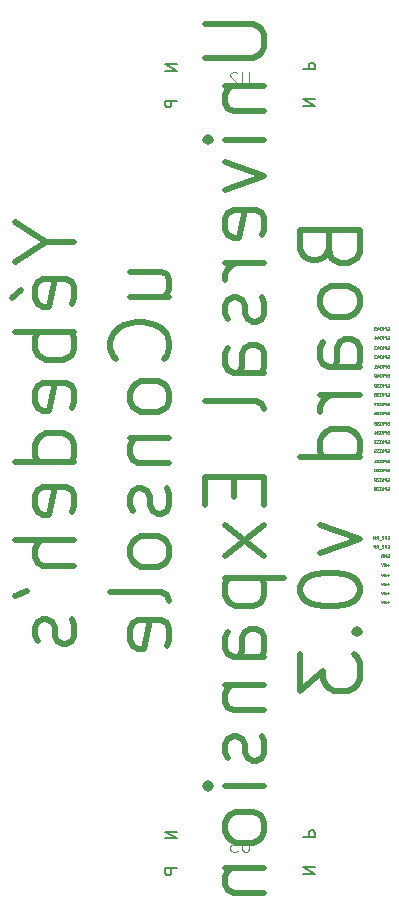
<source format=gbo>
%TF.GenerationSoftware,KiCad,Pcbnew,8.0.4*%
%TF.CreationDate,2025-01-31T11:06:39+01:00*%
%TF.ProjectId,uconsole-expansion-card-template.kicad_pcb_2.54,75636f6e-736f-46c6-952d-657870616e73,0.1*%
%TF.SameCoordinates,Original*%
%TF.FileFunction,Legend,Bot*%
%TF.FilePolarity,Positive*%
%FSLAX46Y46*%
G04 Gerber Fmt 4.6, Leading zero omitted, Abs format (unit mm)*
G04 Created by KiCad (PCBNEW 8.0.4) date 2025-01-31 11:06:39*
%MOMM*%
%LPD*%
G01*
G04 APERTURE LIST*
%ADD10C,0.050000*%
%ADD11C,0.200000*%
%ADD12C,0.500000*%
%ADD13C,0.100000*%
G04 APERTURE END LIST*
D10*
X115067429Y-92007109D02*
X115091239Y-91995204D01*
X115091239Y-91995204D02*
X115126953Y-91995204D01*
X115126953Y-91995204D02*
X115162667Y-92007109D01*
X115162667Y-92007109D02*
X115186477Y-92030919D01*
X115186477Y-92030919D02*
X115198382Y-92054728D01*
X115198382Y-92054728D02*
X115210286Y-92102347D01*
X115210286Y-92102347D02*
X115210286Y-92138061D01*
X115210286Y-92138061D02*
X115198382Y-92185680D01*
X115198382Y-92185680D02*
X115186477Y-92209490D01*
X115186477Y-92209490D02*
X115162667Y-92233300D01*
X115162667Y-92233300D02*
X115126953Y-92245204D01*
X115126953Y-92245204D02*
X115103144Y-92245204D01*
X115103144Y-92245204D02*
X115067429Y-92233300D01*
X115067429Y-92233300D02*
X115055525Y-92221395D01*
X115055525Y-92221395D02*
X115055525Y-92138061D01*
X115055525Y-92138061D02*
X115103144Y-92138061D01*
X114948382Y-92245204D02*
X114948382Y-91995204D01*
X114948382Y-91995204D02*
X114853144Y-91995204D01*
X114853144Y-91995204D02*
X114829334Y-92007109D01*
X114829334Y-92007109D02*
X114817429Y-92019014D01*
X114817429Y-92019014D02*
X114805525Y-92042823D01*
X114805525Y-92042823D02*
X114805525Y-92078538D01*
X114805525Y-92078538D02*
X114817429Y-92102347D01*
X114817429Y-92102347D02*
X114829334Y-92114252D01*
X114829334Y-92114252D02*
X114853144Y-92126157D01*
X114853144Y-92126157D02*
X114948382Y-92126157D01*
X114698382Y-92245204D02*
X114698382Y-91995204D01*
X114531715Y-91995204D02*
X114484096Y-91995204D01*
X114484096Y-91995204D02*
X114460286Y-92007109D01*
X114460286Y-92007109D02*
X114436477Y-92030919D01*
X114436477Y-92030919D02*
X114424572Y-92078538D01*
X114424572Y-92078538D02*
X114424572Y-92161871D01*
X114424572Y-92161871D02*
X114436477Y-92209490D01*
X114436477Y-92209490D02*
X114460286Y-92233300D01*
X114460286Y-92233300D02*
X114484096Y-92245204D01*
X114484096Y-92245204D02*
X114531715Y-92245204D01*
X114531715Y-92245204D02*
X114555524Y-92233300D01*
X114555524Y-92233300D02*
X114579334Y-92209490D01*
X114579334Y-92209490D02*
X114591238Y-92161871D01*
X114591238Y-92161871D02*
X114591238Y-92078538D01*
X114591238Y-92078538D02*
X114579334Y-92030919D01*
X114579334Y-92030919D02*
X114555524Y-92007109D01*
X114555524Y-92007109D02*
X114531715Y-91995204D01*
X114210286Y-92078538D02*
X114210286Y-92245204D01*
X114269810Y-91983300D02*
X114329333Y-92161871D01*
X114329333Y-92161871D02*
X114174572Y-92161871D01*
X114031715Y-91995204D02*
X114007905Y-91995204D01*
X114007905Y-91995204D02*
X113984096Y-92007109D01*
X113984096Y-92007109D02*
X113972191Y-92019014D01*
X113972191Y-92019014D02*
X113960286Y-92042823D01*
X113960286Y-92042823D02*
X113948381Y-92090442D01*
X113948381Y-92090442D02*
X113948381Y-92149966D01*
X113948381Y-92149966D02*
X113960286Y-92197585D01*
X113960286Y-92197585D02*
X113972191Y-92221395D01*
X113972191Y-92221395D02*
X113984096Y-92233300D01*
X113984096Y-92233300D02*
X114007905Y-92245204D01*
X114007905Y-92245204D02*
X114031715Y-92245204D01*
X114031715Y-92245204D02*
X114055524Y-92233300D01*
X114055524Y-92233300D02*
X114067429Y-92221395D01*
X114067429Y-92221395D02*
X114079334Y-92197585D01*
X114079334Y-92197585D02*
X114091238Y-92149966D01*
X114091238Y-92149966D02*
X114091238Y-92090442D01*
X114091238Y-92090442D02*
X114079334Y-92042823D01*
X114079334Y-92042823D02*
X114067429Y-92019014D01*
X114067429Y-92019014D02*
X114055524Y-92007109D01*
X114055524Y-92007109D02*
X114031715Y-91995204D01*
X115067429Y-99271509D02*
X115091239Y-99259604D01*
X115091239Y-99259604D02*
X115126953Y-99259604D01*
X115126953Y-99259604D02*
X115162667Y-99271509D01*
X115162667Y-99271509D02*
X115186477Y-99295319D01*
X115186477Y-99295319D02*
X115198382Y-99319128D01*
X115198382Y-99319128D02*
X115210286Y-99366747D01*
X115210286Y-99366747D02*
X115210286Y-99402461D01*
X115210286Y-99402461D02*
X115198382Y-99450080D01*
X115198382Y-99450080D02*
X115186477Y-99473890D01*
X115186477Y-99473890D02*
X115162667Y-99497700D01*
X115162667Y-99497700D02*
X115126953Y-99509604D01*
X115126953Y-99509604D02*
X115103144Y-99509604D01*
X115103144Y-99509604D02*
X115067429Y-99497700D01*
X115067429Y-99497700D02*
X115055525Y-99485795D01*
X115055525Y-99485795D02*
X115055525Y-99402461D01*
X115055525Y-99402461D02*
X115103144Y-99402461D01*
X114948382Y-99509604D02*
X114948382Y-99259604D01*
X114948382Y-99259604D02*
X114853144Y-99259604D01*
X114853144Y-99259604D02*
X114829334Y-99271509D01*
X114829334Y-99271509D02*
X114817429Y-99283414D01*
X114817429Y-99283414D02*
X114805525Y-99307223D01*
X114805525Y-99307223D02*
X114805525Y-99342938D01*
X114805525Y-99342938D02*
X114817429Y-99366747D01*
X114817429Y-99366747D02*
X114829334Y-99378652D01*
X114829334Y-99378652D02*
X114853144Y-99390557D01*
X114853144Y-99390557D02*
X114948382Y-99390557D01*
X114698382Y-99509604D02*
X114698382Y-99259604D01*
X114531715Y-99259604D02*
X114484096Y-99259604D01*
X114484096Y-99259604D02*
X114460286Y-99271509D01*
X114460286Y-99271509D02*
X114436477Y-99295319D01*
X114436477Y-99295319D02*
X114424572Y-99342938D01*
X114424572Y-99342938D02*
X114424572Y-99426271D01*
X114424572Y-99426271D02*
X114436477Y-99473890D01*
X114436477Y-99473890D02*
X114460286Y-99497700D01*
X114460286Y-99497700D02*
X114484096Y-99509604D01*
X114484096Y-99509604D02*
X114531715Y-99509604D01*
X114531715Y-99509604D02*
X114555524Y-99497700D01*
X114555524Y-99497700D02*
X114579334Y-99473890D01*
X114579334Y-99473890D02*
X114591238Y-99426271D01*
X114591238Y-99426271D02*
X114591238Y-99342938D01*
X114591238Y-99342938D02*
X114579334Y-99295319D01*
X114579334Y-99295319D02*
X114555524Y-99271509D01*
X114555524Y-99271509D02*
X114531715Y-99259604D01*
X114341238Y-99259604D02*
X114186476Y-99259604D01*
X114186476Y-99259604D02*
X114269810Y-99354842D01*
X114269810Y-99354842D02*
X114234095Y-99354842D01*
X114234095Y-99354842D02*
X114210286Y-99366747D01*
X114210286Y-99366747D02*
X114198381Y-99378652D01*
X114198381Y-99378652D02*
X114186476Y-99402461D01*
X114186476Y-99402461D02*
X114186476Y-99461985D01*
X114186476Y-99461985D02*
X114198381Y-99485795D01*
X114198381Y-99485795D02*
X114210286Y-99497700D01*
X114210286Y-99497700D02*
X114234095Y-99509604D01*
X114234095Y-99509604D02*
X114305524Y-99509604D01*
X114305524Y-99509604D02*
X114329333Y-99497700D01*
X114329333Y-99497700D02*
X114341238Y-99485795D01*
X113948381Y-99509604D02*
X114091238Y-99509604D01*
X114019810Y-99509604D02*
X114019810Y-99259604D01*
X114019810Y-99259604D02*
X114043619Y-99295319D01*
X114043619Y-99295319D02*
X114067429Y-99319128D01*
X114067429Y-99319128D02*
X114091238Y-99331033D01*
X115067429Y-90432309D02*
X115091239Y-90420404D01*
X115091239Y-90420404D02*
X115126953Y-90420404D01*
X115126953Y-90420404D02*
X115162667Y-90432309D01*
X115162667Y-90432309D02*
X115186477Y-90456119D01*
X115186477Y-90456119D02*
X115198382Y-90479928D01*
X115198382Y-90479928D02*
X115210286Y-90527547D01*
X115210286Y-90527547D02*
X115210286Y-90563261D01*
X115210286Y-90563261D02*
X115198382Y-90610880D01*
X115198382Y-90610880D02*
X115186477Y-90634690D01*
X115186477Y-90634690D02*
X115162667Y-90658500D01*
X115162667Y-90658500D02*
X115126953Y-90670404D01*
X115126953Y-90670404D02*
X115103144Y-90670404D01*
X115103144Y-90670404D02*
X115067429Y-90658500D01*
X115067429Y-90658500D02*
X115055525Y-90646595D01*
X115055525Y-90646595D02*
X115055525Y-90563261D01*
X115055525Y-90563261D02*
X115103144Y-90563261D01*
X114948382Y-90670404D02*
X114948382Y-90420404D01*
X114948382Y-90420404D02*
X114853144Y-90420404D01*
X114853144Y-90420404D02*
X114829334Y-90432309D01*
X114829334Y-90432309D02*
X114817429Y-90444214D01*
X114817429Y-90444214D02*
X114805525Y-90468023D01*
X114805525Y-90468023D02*
X114805525Y-90503738D01*
X114805525Y-90503738D02*
X114817429Y-90527547D01*
X114817429Y-90527547D02*
X114829334Y-90539452D01*
X114829334Y-90539452D02*
X114853144Y-90551357D01*
X114853144Y-90551357D02*
X114948382Y-90551357D01*
X114698382Y-90670404D02*
X114698382Y-90420404D01*
X114531715Y-90420404D02*
X114484096Y-90420404D01*
X114484096Y-90420404D02*
X114460286Y-90432309D01*
X114460286Y-90432309D02*
X114436477Y-90456119D01*
X114436477Y-90456119D02*
X114424572Y-90503738D01*
X114424572Y-90503738D02*
X114424572Y-90587071D01*
X114424572Y-90587071D02*
X114436477Y-90634690D01*
X114436477Y-90634690D02*
X114460286Y-90658500D01*
X114460286Y-90658500D02*
X114484096Y-90670404D01*
X114484096Y-90670404D02*
X114531715Y-90670404D01*
X114531715Y-90670404D02*
X114555524Y-90658500D01*
X114555524Y-90658500D02*
X114579334Y-90634690D01*
X114579334Y-90634690D02*
X114591238Y-90587071D01*
X114591238Y-90587071D02*
X114591238Y-90503738D01*
X114591238Y-90503738D02*
X114579334Y-90456119D01*
X114579334Y-90456119D02*
X114555524Y-90432309D01*
X114555524Y-90432309D02*
X114531715Y-90420404D01*
X114210286Y-90503738D02*
X114210286Y-90670404D01*
X114269810Y-90408500D02*
X114329333Y-90587071D01*
X114329333Y-90587071D02*
X114174572Y-90587071D01*
X114091238Y-90444214D02*
X114079334Y-90432309D01*
X114079334Y-90432309D02*
X114055524Y-90420404D01*
X114055524Y-90420404D02*
X113996000Y-90420404D01*
X113996000Y-90420404D02*
X113972191Y-90432309D01*
X113972191Y-90432309D02*
X113960286Y-90444214D01*
X113960286Y-90444214D02*
X113948381Y-90468023D01*
X113948381Y-90468023D02*
X113948381Y-90491833D01*
X113948381Y-90491833D02*
X113960286Y-90527547D01*
X113960286Y-90527547D02*
X114103143Y-90670404D01*
X114103143Y-90670404D02*
X113948381Y-90670404D01*
X115210286Y-106000100D02*
X115174572Y-106012004D01*
X115174572Y-106012004D02*
X115115048Y-106012004D01*
X115115048Y-106012004D02*
X115091239Y-106000100D01*
X115091239Y-106000100D02*
X115079334Y-105988195D01*
X115079334Y-105988195D02*
X115067429Y-105964385D01*
X115067429Y-105964385D02*
X115067429Y-105940576D01*
X115067429Y-105940576D02*
X115079334Y-105916766D01*
X115079334Y-105916766D02*
X115091239Y-105904861D01*
X115091239Y-105904861D02*
X115115048Y-105892957D01*
X115115048Y-105892957D02*
X115162667Y-105881052D01*
X115162667Y-105881052D02*
X115186477Y-105869147D01*
X115186477Y-105869147D02*
X115198382Y-105857242D01*
X115198382Y-105857242D02*
X115210286Y-105833433D01*
X115210286Y-105833433D02*
X115210286Y-105809623D01*
X115210286Y-105809623D02*
X115198382Y-105785814D01*
X115198382Y-105785814D02*
X115186477Y-105773909D01*
X115186477Y-105773909D02*
X115162667Y-105762004D01*
X115162667Y-105762004D02*
X115103144Y-105762004D01*
X115103144Y-105762004D02*
X115067429Y-105773909D01*
X114960287Y-106012004D02*
X114960287Y-105762004D01*
X114960287Y-105762004D02*
X114865049Y-105762004D01*
X114865049Y-105762004D02*
X114841239Y-105773909D01*
X114841239Y-105773909D02*
X114829334Y-105785814D01*
X114829334Y-105785814D02*
X114817430Y-105809623D01*
X114817430Y-105809623D02*
X114817430Y-105845338D01*
X114817430Y-105845338D02*
X114829334Y-105869147D01*
X114829334Y-105869147D02*
X114841239Y-105881052D01*
X114841239Y-105881052D02*
X114865049Y-105892957D01*
X114865049Y-105892957D02*
X114960287Y-105892957D01*
X114710287Y-106012004D02*
X114710287Y-105762004D01*
X114567430Y-106012004D02*
X114674572Y-105869147D01*
X114567430Y-105762004D02*
X114710287Y-105904861D01*
X114519811Y-106035814D02*
X114329334Y-106035814D01*
X114126954Y-106012004D02*
X114210287Y-105892957D01*
X114269811Y-106012004D02*
X114269811Y-105762004D01*
X114269811Y-105762004D02*
X114174573Y-105762004D01*
X114174573Y-105762004D02*
X114150763Y-105773909D01*
X114150763Y-105773909D02*
X114138858Y-105785814D01*
X114138858Y-105785814D02*
X114126954Y-105809623D01*
X114126954Y-105809623D02*
X114126954Y-105845338D01*
X114126954Y-105845338D02*
X114138858Y-105869147D01*
X114138858Y-105869147D02*
X114150763Y-105881052D01*
X114150763Y-105881052D02*
X114174573Y-105892957D01*
X114174573Y-105892957D02*
X114269811Y-105892957D01*
X114019811Y-106012004D02*
X114019811Y-105762004D01*
X114019811Y-105762004D02*
X113876954Y-106012004D01*
X113876954Y-106012004D02*
X113876954Y-105762004D01*
X115198382Y-111352366D02*
X115007906Y-111352366D01*
X115103144Y-111447604D02*
X115103144Y-111257128D01*
X114769810Y-111197604D02*
X114888858Y-111197604D01*
X114888858Y-111197604D02*
X114900762Y-111316652D01*
X114900762Y-111316652D02*
X114888858Y-111304747D01*
X114888858Y-111304747D02*
X114865048Y-111292842D01*
X114865048Y-111292842D02*
X114805524Y-111292842D01*
X114805524Y-111292842D02*
X114781715Y-111304747D01*
X114781715Y-111304747D02*
X114769810Y-111316652D01*
X114769810Y-111316652D02*
X114757905Y-111340461D01*
X114757905Y-111340461D02*
X114757905Y-111399985D01*
X114757905Y-111399985D02*
X114769810Y-111423795D01*
X114769810Y-111423795D02*
X114781715Y-111435700D01*
X114781715Y-111435700D02*
X114805524Y-111447604D01*
X114805524Y-111447604D02*
X114865048Y-111447604D01*
X114865048Y-111447604D02*
X114888858Y-111435700D01*
X114888858Y-111435700D02*
X114900762Y-111423795D01*
X114686477Y-111197604D02*
X114603144Y-111447604D01*
X114603144Y-111447604D02*
X114519810Y-111197604D01*
D11*
X107912780Y-134330326D02*
X108912780Y-134330326D01*
X108912780Y-134330326D02*
X107912780Y-133758898D01*
X107912780Y-133758898D02*
X108912780Y-133758898D01*
D10*
X115067429Y-107297909D02*
X115091239Y-107286004D01*
X115091239Y-107286004D02*
X115126953Y-107286004D01*
X115126953Y-107286004D02*
X115162667Y-107297909D01*
X115162667Y-107297909D02*
X115186477Y-107321719D01*
X115186477Y-107321719D02*
X115198382Y-107345528D01*
X115198382Y-107345528D02*
X115210286Y-107393147D01*
X115210286Y-107393147D02*
X115210286Y-107428861D01*
X115210286Y-107428861D02*
X115198382Y-107476480D01*
X115198382Y-107476480D02*
X115186477Y-107500290D01*
X115186477Y-107500290D02*
X115162667Y-107524100D01*
X115162667Y-107524100D02*
X115126953Y-107536004D01*
X115126953Y-107536004D02*
X115103144Y-107536004D01*
X115103144Y-107536004D02*
X115067429Y-107524100D01*
X115067429Y-107524100D02*
X115055525Y-107512195D01*
X115055525Y-107512195D02*
X115055525Y-107428861D01*
X115055525Y-107428861D02*
X115103144Y-107428861D01*
X114948382Y-107536004D02*
X114948382Y-107286004D01*
X114948382Y-107286004D02*
X114805525Y-107536004D01*
X114805525Y-107536004D02*
X114805525Y-107286004D01*
X114686477Y-107536004D02*
X114686477Y-107286004D01*
X114686477Y-107286004D02*
X114626953Y-107286004D01*
X114626953Y-107286004D02*
X114591239Y-107297909D01*
X114591239Y-107297909D02*
X114567429Y-107321719D01*
X114567429Y-107321719D02*
X114555524Y-107345528D01*
X114555524Y-107345528D02*
X114543620Y-107393147D01*
X114543620Y-107393147D02*
X114543620Y-107428861D01*
X114543620Y-107428861D02*
X114555524Y-107476480D01*
X114555524Y-107476480D02*
X114567429Y-107500290D01*
X114567429Y-107500290D02*
X114591239Y-107524100D01*
X114591239Y-107524100D02*
X114626953Y-107536004D01*
X114626953Y-107536004D02*
X114686477Y-107536004D01*
X115198382Y-109828366D02*
X115007906Y-109828366D01*
X115103144Y-109923604D02*
X115103144Y-109733128D01*
X114769810Y-109673604D02*
X114888858Y-109673604D01*
X114888858Y-109673604D02*
X114900762Y-109792652D01*
X114900762Y-109792652D02*
X114888858Y-109780747D01*
X114888858Y-109780747D02*
X114865048Y-109768842D01*
X114865048Y-109768842D02*
X114805524Y-109768842D01*
X114805524Y-109768842D02*
X114781715Y-109780747D01*
X114781715Y-109780747D02*
X114769810Y-109792652D01*
X114769810Y-109792652D02*
X114757905Y-109816461D01*
X114757905Y-109816461D02*
X114757905Y-109875985D01*
X114757905Y-109875985D02*
X114769810Y-109899795D01*
X114769810Y-109899795D02*
X114781715Y-109911700D01*
X114781715Y-109911700D02*
X114805524Y-109923604D01*
X114805524Y-109923604D02*
X114865048Y-109923604D01*
X114865048Y-109923604D02*
X114888858Y-109911700D01*
X114888858Y-109911700D02*
X114900762Y-109899795D01*
X114686477Y-109673604D02*
X114603144Y-109923604D01*
X114603144Y-109923604D02*
X114519810Y-109673604D01*
X115067429Y-93632709D02*
X115091239Y-93620804D01*
X115091239Y-93620804D02*
X115126953Y-93620804D01*
X115126953Y-93620804D02*
X115162667Y-93632709D01*
X115162667Y-93632709D02*
X115186477Y-93656519D01*
X115186477Y-93656519D02*
X115198382Y-93680328D01*
X115198382Y-93680328D02*
X115210286Y-93727947D01*
X115210286Y-93727947D02*
X115210286Y-93763661D01*
X115210286Y-93763661D02*
X115198382Y-93811280D01*
X115198382Y-93811280D02*
X115186477Y-93835090D01*
X115186477Y-93835090D02*
X115162667Y-93858900D01*
X115162667Y-93858900D02*
X115126953Y-93870804D01*
X115126953Y-93870804D02*
X115103144Y-93870804D01*
X115103144Y-93870804D02*
X115067429Y-93858900D01*
X115067429Y-93858900D02*
X115055525Y-93846995D01*
X115055525Y-93846995D02*
X115055525Y-93763661D01*
X115055525Y-93763661D02*
X115103144Y-93763661D01*
X114948382Y-93870804D02*
X114948382Y-93620804D01*
X114948382Y-93620804D02*
X114853144Y-93620804D01*
X114853144Y-93620804D02*
X114829334Y-93632709D01*
X114829334Y-93632709D02*
X114817429Y-93644614D01*
X114817429Y-93644614D02*
X114805525Y-93668423D01*
X114805525Y-93668423D02*
X114805525Y-93704138D01*
X114805525Y-93704138D02*
X114817429Y-93727947D01*
X114817429Y-93727947D02*
X114829334Y-93739852D01*
X114829334Y-93739852D02*
X114853144Y-93751757D01*
X114853144Y-93751757D02*
X114948382Y-93751757D01*
X114698382Y-93870804D02*
X114698382Y-93620804D01*
X114531715Y-93620804D02*
X114484096Y-93620804D01*
X114484096Y-93620804D02*
X114460286Y-93632709D01*
X114460286Y-93632709D02*
X114436477Y-93656519D01*
X114436477Y-93656519D02*
X114424572Y-93704138D01*
X114424572Y-93704138D02*
X114424572Y-93787471D01*
X114424572Y-93787471D02*
X114436477Y-93835090D01*
X114436477Y-93835090D02*
X114460286Y-93858900D01*
X114460286Y-93858900D02*
X114484096Y-93870804D01*
X114484096Y-93870804D02*
X114531715Y-93870804D01*
X114531715Y-93870804D02*
X114555524Y-93858900D01*
X114555524Y-93858900D02*
X114579334Y-93835090D01*
X114579334Y-93835090D02*
X114591238Y-93787471D01*
X114591238Y-93787471D02*
X114591238Y-93704138D01*
X114591238Y-93704138D02*
X114579334Y-93656519D01*
X114579334Y-93656519D02*
X114555524Y-93632709D01*
X114555524Y-93632709D02*
X114531715Y-93620804D01*
X114341238Y-93620804D02*
X114186476Y-93620804D01*
X114186476Y-93620804D02*
X114269810Y-93716042D01*
X114269810Y-93716042D02*
X114234095Y-93716042D01*
X114234095Y-93716042D02*
X114210286Y-93727947D01*
X114210286Y-93727947D02*
X114198381Y-93739852D01*
X114198381Y-93739852D02*
X114186476Y-93763661D01*
X114186476Y-93763661D02*
X114186476Y-93823185D01*
X114186476Y-93823185D02*
X114198381Y-93846995D01*
X114198381Y-93846995D02*
X114210286Y-93858900D01*
X114210286Y-93858900D02*
X114234095Y-93870804D01*
X114234095Y-93870804D02*
X114305524Y-93870804D01*
X114305524Y-93870804D02*
X114329333Y-93858900D01*
X114329333Y-93858900D02*
X114341238Y-93846995D01*
X114043619Y-93727947D02*
X114067429Y-93716042D01*
X114067429Y-93716042D02*
X114079334Y-93704138D01*
X114079334Y-93704138D02*
X114091238Y-93680328D01*
X114091238Y-93680328D02*
X114091238Y-93668423D01*
X114091238Y-93668423D02*
X114079334Y-93644614D01*
X114079334Y-93644614D02*
X114067429Y-93632709D01*
X114067429Y-93632709D02*
X114043619Y-93620804D01*
X114043619Y-93620804D02*
X113996000Y-93620804D01*
X113996000Y-93620804D02*
X113972191Y-93632709D01*
X113972191Y-93632709D02*
X113960286Y-93644614D01*
X113960286Y-93644614D02*
X113948381Y-93668423D01*
X113948381Y-93668423D02*
X113948381Y-93680328D01*
X113948381Y-93680328D02*
X113960286Y-93704138D01*
X113960286Y-93704138D02*
X113972191Y-93716042D01*
X113972191Y-93716042D02*
X113996000Y-93727947D01*
X113996000Y-93727947D02*
X114043619Y-93727947D01*
X114043619Y-93727947D02*
X114067429Y-93739852D01*
X114067429Y-93739852D02*
X114079334Y-93751757D01*
X114079334Y-93751757D02*
X114091238Y-93775566D01*
X114091238Y-93775566D02*
X114091238Y-93823185D01*
X114091238Y-93823185D02*
X114079334Y-93846995D01*
X114079334Y-93846995D02*
X114067429Y-93858900D01*
X114067429Y-93858900D02*
X114043619Y-93870804D01*
X114043619Y-93870804D02*
X113996000Y-93870804D01*
X113996000Y-93870804D02*
X113972191Y-93858900D01*
X113972191Y-93858900D02*
X113960286Y-93846995D01*
X113960286Y-93846995D02*
X113948381Y-93823185D01*
X113948381Y-93823185D02*
X113948381Y-93775566D01*
X113948381Y-93775566D02*
X113960286Y-93751757D01*
X113960286Y-93751757D02*
X113972191Y-93739852D01*
X113972191Y-93739852D02*
X113996000Y-93727947D01*
X115067429Y-91245109D02*
X115091239Y-91233204D01*
X115091239Y-91233204D02*
X115126953Y-91233204D01*
X115126953Y-91233204D02*
X115162667Y-91245109D01*
X115162667Y-91245109D02*
X115186477Y-91268919D01*
X115186477Y-91268919D02*
X115198382Y-91292728D01*
X115198382Y-91292728D02*
X115210286Y-91340347D01*
X115210286Y-91340347D02*
X115210286Y-91376061D01*
X115210286Y-91376061D02*
X115198382Y-91423680D01*
X115198382Y-91423680D02*
X115186477Y-91447490D01*
X115186477Y-91447490D02*
X115162667Y-91471300D01*
X115162667Y-91471300D02*
X115126953Y-91483204D01*
X115126953Y-91483204D02*
X115103144Y-91483204D01*
X115103144Y-91483204D02*
X115067429Y-91471300D01*
X115067429Y-91471300D02*
X115055525Y-91459395D01*
X115055525Y-91459395D02*
X115055525Y-91376061D01*
X115055525Y-91376061D02*
X115103144Y-91376061D01*
X114948382Y-91483204D02*
X114948382Y-91233204D01*
X114948382Y-91233204D02*
X114853144Y-91233204D01*
X114853144Y-91233204D02*
X114829334Y-91245109D01*
X114829334Y-91245109D02*
X114817429Y-91257014D01*
X114817429Y-91257014D02*
X114805525Y-91280823D01*
X114805525Y-91280823D02*
X114805525Y-91316538D01*
X114805525Y-91316538D02*
X114817429Y-91340347D01*
X114817429Y-91340347D02*
X114829334Y-91352252D01*
X114829334Y-91352252D02*
X114853144Y-91364157D01*
X114853144Y-91364157D02*
X114948382Y-91364157D01*
X114698382Y-91483204D02*
X114698382Y-91233204D01*
X114531715Y-91233204D02*
X114484096Y-91233204D01*
X114484096Y-91233204D02*
X114460286Y-91245109D01*
X114460286Y-91245109D02*
X114436477Y-91268919D01*
X114436477Y-91268919D02*
X114424572Y-91316538D01*
X114424572Y-91316538D02*
X114424572Y-91399871D01*
X114424572Y-91399871D02*
X114436477Y-91447490D01*
X114436477Y-91447490D02*
X114460286Y-91471300D01*
X114460286Y-91471300D02*
X114484096Y-91483204D01*
X114484096Y-91483204D02*
X114531715Y-91483204D01*
X114531715Y-91483204D02*
X114555524Y-91471300D01*
X114555524Y-91471300D02*
X114579334Y-91447490D01*
X114579334Y-91447490D02*
X114591238Y-91399871D01*
X114591238Y-91399871D02*
X114591238Y-91316538D01*
X114591238Y-91316538D02*
X114579334Y-91268919D01*
X114579334Y-91268919D02*
X114555524Y-91245109D01*
X114555524Y-91245109D02*
X114531715Y-91233204D01*
X114210286Y-91316538D02*
X114210286Y-91483204D01*
X114269810Y-91221300D02*
X114329333Y-91399871D01*
X114329333Y-91399871D02*
X114174572Y-91399871D01*
X113948381Y-91483204D02*
X114091238Y-91483204D01*
X114019810Y-91483204D02*
X114019810Y-91233204D01*
X114019810Y-91233204D02*
X114043619Y-91268919D01*
X114043619Y-91268919D02*
X114067429Y-91292728D01*
X114067429Y-91292728D02*
X114091238Y-91304633D01*
X115067429Y-92870709D02*
X115091239Y-92858804D01*
X115091239Y-92858804D02*
X115126953Y-92858804D01*
X115126953Y-92858804D02*
X115162667Y-92870709D01*
X115162667Y-92870709D02*
X115186477Y-92894519D01*
X115186477Y-92894519D02*
X115198382Y-92918328D01*
X115198382Y-92918328D02*
X115210286Y-92965947D01*
X115210286Y-92965947D02*
X115210286Y-93001661D01*
X115210286Y-93001661D02*
X115198382Y-93049280D01*
X115198382Y-93049280D02*
X115186477Y-93073090D01*
X115186477Y-93073090D02*
X115162667Y-93096900D01*
X115162667Y-93096900D02*
X115126953Y-93108804D01*
X115126953Y-93108804D02*
X115103144Y-93108804D01*
X115103144Y-93108804D02*
X115067429Y-93096900D01*
X115067429Y-93096900D02*
X115055525Y-93084995D01*
X115055525Y-93084995D02*
X115055525Y-93001661D01*
X115055525Y-93001661D02*
X115103144Y-93001661D01*
X114948382Y-93108804D02*
X114948382Y-92858804D01*
X114948382Y-92858804D02*
X114853144Y-92858804D01*
X114853144Y-92858804D02*
X114829334Y-92870709D01*
X114829334Y-92870709D02*
X114817429Y-92882614D01*
X114817429Y-92882614D02*
X114805525Y-92906423D01*
X114805525Y-92906423D02*
X114805525Y-92942138D01*
X114805525Y-92942138D02*
X114817429Y-92965947D01*
X114817429Y-92965947D02*
X114829334Y-92977852D01*
X114829334Y-92977852D02*
X114853144Y-92989757D01*
X114853144Y-92989757D02*
X114948382Y-92989757D01*
X114698382Y-93108804D02*
X114698382Y-92858804D01*
X114531715Y-92858804D02*
X114484096Y-92858804D01*
X114484096Y-92858804D02*
X114460286Y-92870709D01*
X114460286Y-92870709D02*
X114436477Y-92894519D01*
X114436477Y-92894519D02*
X114424572Y-92942138D01*
X114424572Y-92942138D02*
X114424572Y-93025471D01*
X114424572Y-93025471D02*
X114436477Y-93073090D01*
X114436477Y-93073090D02*
X114460286Y-93096900D01*
X114460286Y-93096900D02*
X114484096Y-93108804D01*
X114484096Y-93108804D02*
X114531715Y-93108804D01*
X114531715Y-93108804D02*
X114555524Y-93096900D01*
X114555524Y-93096900D02*
X114579334Y-93073090D01*
X114579334Y-93073090D02*
X114591238Y-93025471D01*
X114591238Y-93025471D02*
X114591238Y-92942138D01*
X114591238Y-92942138D02*
X114579334Y-92894519D01*
X114579334Y-92894519D02*
X114555524Y-92870709D01*
X114555524Y-92870709D02*
X114531715Y-92858804D01*
X114341238Y-92858804D02*
X114186476Y-92858804D01*
X114186476Y-92858804D02*
X114269810Y-92954042D01*
X114269810Y-92954042D02*
X114234095Y-92954042D01*
X114234095Y-92954042D02*
X114210286Y-92965947D01*
X114210286Y-92965947D02*
X114198381Y-92977852D01*
X114198381Y-92977852D02*
X114186476Y-93001661D01*
X114186476Y-93001661D02*
X114186476Y-93061185D01*
X114186476Y-93061185D02*
X114198381Y-93084995D01*
X114198381Y-93084995D02*
X114210286Y-93096900D01*
X114210286Y-93096900D02*
X114234095Y-93108804D01*
X114234095Y-93108804D02*
X114305524Y-93108804D01*
X114305524Y-93108804D02*
X114329333Y-93096900D01*
X114329333Y-93096900D02*
X114341238Y-93084995D01*
X114067429Y-93108804D02*
X114019810Y-93108804D01*
X114019810Y-93108804D02*
X113996000Y-93096900D01*
X113996000Y-93096900D02*
X113984096Y-93084995D01*
X113984096Y-93084995D02*
X113960286Y-93049280D01*
X113960286Y-93049280D02*
X113948381Y-93001661D01*
X113948381Y-93001661D02*
X113948381Y-92906423D01*
X113948381Y-92906423D02*
X113960286Y-92882614D01*
X113960286Y-92882614D02*
X113972191Y-92870709D01*
X113972191Y-92870709D02*
X113996000Y-92858804D01*
X113996000Y-92858804D02*
X114043619Y-92858804D01*
X114043619Y-92858804D02*
X114067429Y-92870709D01*
X114067429Y-92870709D02*
X114079334Y-92882614D01*
X114079334Y-92882614D02*
X114091238Y-92906423D01*
X114091238Y-92906423D02*
X114091238Y-92965947D01*
X114091238Y-92965947D02*
X114079334Y-92989757D01*
X114079334Y-92989757D02*
X114067429Y-93001661D01*
X114067429Y-93001661D02*
X114043619Y-93013566D01*
X114043619Y-93013566D02*
X113996000Y-93013566D01*
X113996000Y-93013566D02*
X113972191Y-93001661D01*
X113972191Y-93001661D02*
X113960286Y-92989757D01*
X113960286Y-92989757D02*
X113948381Y-92965947D01*
X115067429Y-88044709D02*
X115091239Y-88032804D01*
X115091239Y-88032804D02*
X115126953Y-88032804D01*
X115126953Y-88032804D02*
X115162667Y-88044709D01*
X115162667Y-88044709D02*
X115186477Y-88068519D01*
X115186477Y-88068519D02*
X115198382Y-88092328D01*
X115198382Y-88092328D02*
X115210286Y-88139947D01*
X115210286Y-88139947D02*
X115210286Y-88175661D01*
X115210286Y-88175661D02*
X115198382Y-88223280D01*
X115198382Y-88223280D02*
X115186477Y-88247090D01*
X115186477Y-88247090D02*
X115162667Y-88270900D01*
X115162667Y-88270900D02*
X115126953Y-88282804D01*
X115126953Y-88282804D02*
X115103144Y-88282804D01*
X115103144Y-88282804D02*
X115067429Y-88270900D01*
X115067429Y-88270900D02*
X115055525Y-88258995D01*
X115055525Y-88258995D02*
X115055525Y-88175661D01*
X115055525Y-88175661D02*
X115103144Y-88175661D01*
X114948382Y-88282804D02*
X114948382Y-88032804D01*
X114948382Y-88032804D02*
X114853144Y-88032804D01*
X114853144Y-88032804D02*
X114829334Y-88044709D01*
X114829334Y-88044709D02*
X114817429Y-88056614D01*
X114817429Y-88056614D02*
X114805525Y-88080423D01*
X114805525Y-88080423D02*
X114805525Y-88116138D01*
X114805525Y-88116138D02*
X114817429Y-88139947D01*
X114817429Y-88139947D02*
X114829334Y-88151852D01*
X114829334Y-88151852D02*
X114853144Y-88163757D01*
X114853144Y-88163757D02*
X114948382Y-88163757D01*
X114698382Y-88282804D02*
X114698382Y-88032804D01*
X114531715Y-88032804D02*
X114484096Y-88032804D01*
X114484096Y-88032804D02*
X114460286Y-88044709D01*
X114460286Y-88044709D02*
X114436477Y-88068519D01*
X114436477Y-88068519D02*
X114424572Y-88116138D01*
X114424572Y-88116138D02*
X114424572Y-88199471D01*
X114424572Y-88199471D02*
X114436477Y-88247090D01*
X114436477Y-88247090D02*
X114460286Y-88270900D01*
X114460286Y-88270900D02*
X114484096Y-88282804D01*
X114484096Y-88282804D02*
X114531715Y-88282804D01*
X114531715Y-88282804D02*
X114555524Y-88270900D01*
X114555524Y-88270900D02*
X114579334Y-88247090D01*
X114579334Y-88247090D02*
X114591238Y-88199471D01*
X114591238Y-88199471D02*
X114591238Y-88116138D01*
X114591238Y-88116138D02*
X114579334Y-88068519D01*
X114579334Y-88068519D02*
X114555524Y-88044709D01*
X114555524Y-88044709D02*
X114531715Y-88032804D01*
X114210286Y-88116138D02*
X114210286Y-88282804D01*
X114269810Y-88020900D02*
X114329333Y-88199471D01*
X114329333Y-88199471D02*
X114174572Y-88199471D01*
X113960286Y-88032804D02*
X114079334Y-88032804D01*
X114079334Y-88032804D02*
X114091238Y-88151852D01*
X114091238Y-88151852D02*
X114079334Y-88139947D01*
X114079334Y-88139947D02*
X114055524Y-88128042D01*
X114055524Y-88128042D02*
X113996000Y-88128042D01*
X113996000Y-88128042D02*
X113972191Y-88139947D01*
X113972191Y-88139947D02*
X113960286Y-88151852D01*
X113960286Y-88151852D02*
X113948381Y-88175661D01*
X113948381Y-88175661D02*
X113948381Y-88235185D01*
X113948381Y-88235185D02*
X113960286Y-88258995D01*
X113960286Y-88258995D02*
X113972191Y-88270900D01*
X113972191Y-88270900D02*
X113996000Y-88282804D01*
X113996000Y-88282804D02*
X114055524Y-88282804D01*
X114055524Y-88282804D02*
X114079334Y-88270900D01*
X114079334Y-88270900D02*
X114091238Y-88258995D01*
X115198382Y-108202766D02*
X115007906Y-108202766D01*
X115103144Y-108298004D02*
X115103144Y-108107528D01*
X114769810Y-108048004D02*
X114888858Y-108048004D01*
X114888858Y-108048004D02*
X114900762Y-108167052D01*
X114900762Y-108167052D02*
X114888858Y-108155147D01*
X114888858Y-108155147D02*
X114865048Y-108143242D01*
X114865048Y-108143242D02*
X114805524Y-108143242D01*
X114805524Y-108143242D02*
X114781715Y-108155147D01*
X114781715Y-108155147D02*
X114769810Y-108167052D01*
X114769810Y-108167052D02*
X114757905Y-108190861D01*
X114757905Y-108190861D02*
X114757905Y-108250385D01*
X114757905Y-108250385D02*
X114769810Y-108274195D01*
X114769810Y-108274195D02*
X114781715Y-108286100D01*
X114781715Y-108286100D02*
X114805524Y-108298004D01*
X114805524Y-108298004D02*
X114865048Y-108298004D01*
X114865048Y-108298004D02*
X114888858Y-108286100D01*
X114888858Y-108286100D02*
X114900762Y-108274195D01*
X114686477Y-108048004D02*
X114603144Y-108298004D01*
X114603144Y-108298004D02*
X114519810Y-108048004D01*
X115067429Y-101608309D02*
X115091239Y-101596404D01*
X115091239Y-101596404D02*
X115126953Y-101596404D01*
X115126953Y-101596404D02*
X115162667Y-101608309D01*
X115162667Y-101608309D02*
X115186477Y-101632119D01*
X115186477Y-101632119D02*
X115198382Y-101655928D01*
X115198382Y-101655928D02*
X115210286Y-101703547D01*
X115210286Y-101703547D02*
X115210286Y-101739261D01*
X115210286Y-101739261D02*
X115198382Y-101786880D01*
X115198382Y-101786880D02*
X115186477Y-101810690D01*
X115186477Y-101810690D02*
X115162667Y-101834500D01*
X115162667Y-101834500D02*
X115126953Y-101846404D01*
X115126953Y-101846404D02*
X115103144Y-101846404D01*
X115103144Y-101846404D02*
X115067429Y-101834500D01*
X115067429Y-101834500D02*
X115055525Y-101822595D01*
X115055525Y-101822595D02*
X115055525Y-101739261D01*
X115055525Y-101739261D02*
X115103144Y-101739261D01*
X114948382Y-101846404D02*
X114948382Y-101596404D01*
X114948382Y-101596404D02*
X114853144Y-101596404D01*
X114853144Y-101596404D02*
X114829334Y-101608309D01*
X114829334Y-101608309D02*
X114817429Y-101620214D01*
X114817429Y-101620214D02*
X114805525Y-101644023D01*
X114805525Y-101644023D02*
X114805525Y-101679738D01*
X114805525Y-101679738D02*
X114817429Y-101703547D01*
X114817429Y-101703547D02*
X114829334Y-101715452D01*
X114829334Y-101715452D02*
X114853144Y-101727357D01*
X114853144Y-101727357D02*
X114948382Y-101727357D01*
X114698382Y-101846404D02*
X114698382Y-101596404D01*
X114531715Y-101596404D02*
X114484096Y-101596404D01*
X114484096Y-101596404D02*
X114460286Y-101608309D01*
X114460286Y-101608309D02*
X114436477Y-101632119D01*
X114436477Y-101632119D02*
X114424572Y-101679738D01*
X114424572Y-101679738D02*
X114424572Y-101763071D01*
X114424572Y-101763071D02*
X114436477Y-101810690D01*
X114436477Y-101810690D02*
X114460286Y-101834500D01*
X114460286Y-101834500D02*
X114484096Y-101846404D01*
X114484096Y-101846404D02*
X114531715Y-101846404D01*
X114531715Y-101846404D02*
X114555524Y-101834500D01*
X114555524Y-101834500D02*
X114579334Y-101810690D01*
X114579334Y-101810690D02*
X114591238Y-101763071D01*
X114591238Y-101763071D02*
X114591238Y-101679738D01*
X114591238Y-101679738D02*
X114579334Y-101632119D01*
X114579334Y-101632119D02*
X114555524Y-101608309D01*
X114555524Y-101608309D02*
X114531715Y-101596404D01*
X114329333Y-101620214D02*
X114317429Y-101608309D01*
X114317429Y-101608309D02*
X114293619Y-101596404D01*
X114293619Y-101596404D02*
X114234095Y-101596404D01*
X114234095Y-101596404D02*
X114210286Y-101608309D01*
X114210286Y-101608309D02*
X114198381Y-101620214D01*
X114198381Y-101620214D02*
X114186476Y-101644023D01*
X114186476Y-101644023D02*
X114186476Y-101667833D01*
X114186476Y-101667833D02*
X114198381Y-101703547D01*
X114198381Y-101703547D02*
X114341238Y-101846404D01*
X114341238Y-101846404D02*
X114186476Y-101846404D01*
X114043619Y-101703547D02*
X114067429Y-101691642D01*
X114067429Y-101691642D02*
X114079334Y-101679738D01*
X114079334Y-101679738D02*
X114091238Y-101655928D01*
X114091238Y-101655928D02*
X114091238Y-101644023D01*
X114091238Y-101644023D02*
X114079334Y-101620214D01*
X114079334Y-101620214D02*
X114067429Y-101608309D01*
X114067429Y-101608309D02*
X114043619Y-101596404D01*
X114043619Y-101596404D02*
X113996000Y-101596404D01*
X113996000Y-101596404D02*
X113972191Y-101608309D01*
X113972191Y-101608309D02*
X113960286Y-101620214D01*
X113960286Y-101620214D02*
X113948381Y-101644023D01*
X113948381Y-101644023D02*
X113948381Y-101655928D01*
X113948381Y-101655928D02*
X113960286Y-101679738D01*
X113960286Y-101679738D02*
X113972191Y-101691642D01*
X113972191Y-101691642D02*
X113996000Y-101703547D01*
X113996000Y-101703547D02*
X114043619Y-101703547D01*
X114043619Y-101703547D02*
X114067429Y-101715452D01*
X114067429Y-101715452D02*
X114079334Y-101727357D01*
X114079334Y-101727357D02*
X114091238Y-101751166D01*
X114091238Y-101751166D02*
X114091238Y-101798785D01*
X114091238Y-101798785D02*
X114079334Y-101822595D01*
X114079334Y-101822595D02*
X114067429Y-101834500D01*
X114067429Y-101834500D02*
X114043619Y-101846404D01*
X114043619Y-101846404D02*
X113996000Y-101846404D01*
X113996000Y-101846404D02*
X113972191Y-101834500D01*
X113972191Y-101834500D02*
X113960286Y-101822595D01*
X113960286Y-101822595D02*
X113948381Y-101798785D01*
X113948381Y-101798785D02*
X113948381Y-101751166D01*
X113948381Y-101751166D02*
X113960286Y-101727357D01*
X113960286Y-101727357D02*
X113972191Y-101715452D01*
X113972191Y-101715452D02*
X113996000Y-101703547D01*
D12*
X86168742Y-80853867D02*
X88549695Y-80853867D01*
X83549695Y-79187200D02*
X86168742Y-80853867D01*
X86168742Y-80853867D02*
X83549695Y-82520533D01*
X88311600Y-86091962D02*
X88549695Y-85615771D01*
X88549695Y-85615771D02*
X88549695Y-84663390D01*
X88549695Y-84663390D02*
X88311600Y-84187200D01*
X88311600Y-84187200D02*
X87835409Y-83949104D01*
X87835409Y-83949104D02*
X85930647Y-83949104D01*
X85930647Y-83949104D02*
X85454457Y-84187200D01*
X85454457Y-84187200D02*
X85216361Y-84663390D01*
X85216361Y-84663390D02*
X85216361Y-85615771D01*
X85216361Y-85615771D02*
X85454457Y-86091962D01*
X85454457Y-86091962D02*
X85930647Y-86330057D01*
X85930647Y-86330057D02*
X86406838Y-86330057D01*
X86406838Y-86330057D02*
X86883028Y-83949104D01*
X83311600Y-85615771D02*
X84025885Y-84901485D01*
X88549695Y-88472914D02*
X83549695Y-88472914D01*
X85454457Y-88472914D02*
X85216361Y-88949104D01*
X85216361Y-88949104D02*
X85216361Y-89901485D01*
X85216361Y-89901485D02*
X85454457Y-90377676D01*
X85454457Y-90377676D02*
X85692552Y-90615771D01*
X85692552Y-90615771D02*
X86168742Y-90853866D01*
X86168742Y-90853866D02*
X87597314Y-90853866D01*
X87597314Y-90853866D02*
X88073504Y-90615771D01*
X88073504Y-90615771D02*
X88311600Y-90377676D01*
X88311600Y-90377676D02*
X88549695Y-89901485D01*
X88549695Y-89901485D02*
X88549695Y-88949104D01*
X88549695Y-88949104D02*
X88311600Y-88472914D01*
X88311600Y-94901486D02*
X88549695Y-94425295D01*
X88549695Y-94425295D02*
X88549695Y-93472914D01*
X88549695Y-93472914D02*
X88311600Y-92996724D01*
X88311600Y-92996724D02*
X87835409Y-92758628D01*
X87835409Y-92758628D02*
X85930647Y-92758628D01*
X85930647Y-92758628D02*
X85454457Y-92996724D01*
X85454457Y-92996724D02*
X85216361Y-93472914D01*
X85216361Y-93472914D02*
X85216361Y-94425295D01*
X85216361Y-94425295D02*
X85454457Y-94901486D01*
X85454457Y-94901486D02*
X85930647Y-95139581D01*
X85930647Y-95139581D02*
X86406838Y-95139581D01*
X86406838Y-95139581D02*
X86883028Y-92758628D01*
X88549695Y-99425295D02*
X83549695Y-99425295D01*
X88311600Y-99425295D02*
X88549695Y-98949104D01*
X88549695Y-98949104D02*
X88549695Y-97996723D01*
X88549695Y-97996723D02*
X88311600Y-97520533D01*
X88311600Y-97520533D02*
X88073504Y-97282438D01*
X88073504Y-97282438D02*
X87597314Y-97044342D01*
X87597314Y-97044342D02*
X86168742Y-97044342D01*
X86168742Y-97044342D02*
X85692552Y-97282438D01*
X85692552Y-97282438D02*
X85454457Y-97520533D01*
X85454457Y-97520533D02*
X85216361Y-97996723D01*
X85216361Y-97996723D02*
X85216361Y-98949104D01*
X85216361Y-98949104D02*
X85454457Y-99425295D01*
X88311600Y-103711010D02*
X88549695Y-103234819D01*
X88549695Y-103234819D02*
X88549695Y-102282438D01*
X88549695Y-102282438D02*
X88311600Y-101806248D01*
X88311600Y-101806248D02*
X87835409Y-101568152D01*
X87835409Y-101568152D02*
X85930647Y-101568152D01*
X85930647Y-101568152D02*
X85454457Y-101806248D01*
X85454457Y-101806248D02*
X85216361Y-102282438D01*
X85216361Y-102282438D02*
X85216361Y-103234819D01*
X85216361Y-103234819D02*
X85454457Y-103711010D01*
X85454457Y-103711010D02*
X85930647Y-103949105D01*
X85930647Y-103949105D02*
X86406838Y-103949105D01*
X86406838Y-103949105D02*
X86883028Y-101568152D01*
X88549695Y-106091962D02*
X83549695Y-106091962D01*
X88549695Y-108234819D02*
X85930647Y-108234819D01*
X85930647Y-108234819D02*
X85454457Y-107996724D01*
X85454457Y-107996724D02*
X85216361Y-107520533D01*
X85216361Y-107520533D02*
X85216361Y-106806247D01*
X85216361Y-106806247D02*
X85454457Y-106330057D01*
X85454457Y-106330057D02*
X85692552Y-106091962D01*
X83549695Y-110853867D02*
X84502076Y-110377676D01*
X88311600Y-112758628D02*
X88549695Y-113234819D01*
X88549695Y-113234819D02*
X88549695Y-114187200D01*
X88549695Y-114187200D02*
X88311600Y-114663390D01*
X88311600Y-114663390D02*
X87835409Y-114901486D01*
X87835409Y-114901486D02*
X87597314Y-114901486D01*
X87597314Y-114901486D02*
X87121123Y-114663390D01*
X87121123Y-114663390D02*
X86883028Y-114187200D01*
X86883028Y-114187200D02*
X86883028Y-113472914D01*
X86883028Y-113472914D02*
X86644933Y-112996724D01*
X86644933Y-112996724D02*
X86168742Y-112758628D01*
X86168742Y-112758628D02*
X85930647Y-112758628D01*
X85930647Y-112758628D02*
X85454457Y-112996724D01*
X85454457Y-112996724D02*
X85216361Y-113472914D01*
X85216361Y-113472914D02*
X85216361Y-114187200D01*
X85216361Y-114187200D02*
X85454457Y-114663390D01*
X93266081Y-85496723D02*
X96599415Y-85496723D01*
X93266081Y-83353866D02*
X95885129Y-83353866D01*
X95885129Y-83353866D02*
X96361320Y-83591961D01*
X96361320Y-83591961D02*
X96599415Y-84068151D01*
X96599415Y-84068151D02*
X96599415Y-84782437D01*
X96599415Y-84782437D02*
X96361320Y-85258628D01*
X96361320Y-85258628D02*
X96123224Y-85496723D01*
X96123224Y-90734819D02*
X96361320Y-90496723D01*
X96361320Y-90496723D02*
X96599415Y-89782438D01*
X96599415Y-89782438D02*
X96599415Y-89306247D01*
X96599415Y-89306247D02*
X96361320Y-88591961D01*
X96361320Y-88591961D02*
X95885129Y-88115771D01*
X95885129Y-88115771D02*
X95408939Y-87877676D01*
X95408939Y-87877676D02*
X94456558Y-87639580D01*
X94456558Y-87639580D02*
X93742272Y-87639580D01*
X93742272Y-87639580D02*
X92789891Y-87877676D01*
X92789891Y-87877676D02*
X92313700Y-88115771D01*
X92313700Y-88115771D02*
X91837510Y-88591961D01*
X91837510Y-88591961D02*
X91599415Y-89306247D01*
X91599415Y-89306247D02*
X91599415Y-89782438D01*
X91599415Y-89782438D02*
X91837510Y-90496723D01*
X91837510Y-90496723D02*
X92075605Y-90734819D01*
X96599415Y-93591961D02*
X96361320Y-93115771D01*
X96361320Y-93115771D02*
X96123224Y-92877676D01*
X96123224Y-92877676D02*
X95647034Y-92639580D01*
X95647034Y-92639580D02*
X94218462Y-92639580D01*
X94218462Y-92639580D02*
X93742272Y-92877676D01*
X93742272Y-92877676D02*
X93504177Y-93115771D01*
X93504177Y-93115771D02*
X93266081Y-93591961D01*
X93266081Y-93591961D02*
X93266081Y-94306247D01*
X93266081Y-94306247D02*
X93504177Y-94782438D01*
X93504177Y-94782438D02*
X93742272Y-95020533D01*
X93742272Y-95020533D02*
X94218462Y-95258628D01*
X94218462Y-95258628D02*
X95647034Y-95258628D01*
X95647034Y-95258628D02*
X96123224Y-95020533D01*
X96123224Y-95020533D02*
X96361320Y-94782438D01*
X96361320Y-94782438D02*
X96599415Y-94306247D01*
X96599415Y-94306247D02*
X96599415Y-93591961D01*
X93266081Y-97401486D02*
X96599415Y-97401486D01*
X93742272Y-97401486D02*
X93504177Y-97639581D01*
X93504177Y-97639581D02*
X93266081Y-98115771D01*
X93266081Y-98115771D02*
X93266081Y-98830057D01*
X93266081Y-98830057D02*
X93504177Y-99306248D01*
X93504177Y-99306248D02*
X93980367Y-99544343D01*
X93980367Y-99544343D02*
X96599415Y-99544343D01*
X96361320Y-101687200D02*
X96599415Y-102163391D01*
X96599415Y-102163391D02*
X96599415Y-103115772D01*
X96599415Y-103115772D02*
X96361320Y-103591962D01*
X96361320Y-103591962D02*
X95885129Y-103830058D01*
X95885129Y-103830058D02*
X95647034Y-103830058D01*
X95647034Y-103830058D02*
X95170843Y-103591962D01*
X95170843Y-103591962D02*
X94932748Y-103115772D01*
X94932748Y-103115772D02*
X94932748Y-102401486D01*
X94932748Y-102401486D02*
X94694653Y-101925296D01*
X94694653Y-101925296D02*
X94218462Y-101687200D01*
X94218462Y-101687200D02*
X93980367Y-101687200D01*
X93980367Y-101687200D02*
X93504177Y-101925296D01*
X93504177Y-101925296D02*
X93266081Y-102401486D01*
X93266081Y-102401486D02*
X93266081Y-103115772D01*
X93266081Y-103115772D02*
X93504177Y-103591962D01*
X96599415Y-106687200D02*
X96361320Y-106211010D01*
X96361320Y-106211010D02*
X96123224Y-105972915D01*
X96123224Y-105972915D02*
X95647034Y-105734819D01*
X95647034Y-105734819D02*
X94218462Y-105734819D01*
X94218462Y-105734819D02*
X93742272Y-105972915D01*
X93742272Y-105972915D02*
X93504177Y-106211010D01*
X93504177Y-106211010D02*
X93266081Y-106687200D01*
X93266081Y-106687200D02*
X93266081Y-107401486D01*
X93266081Y-107401486D02*
X93504177Y-107877677D01*
X93504177Y-107877677D02*
X93742272Y-108115772D01*
X93742272Y-108115772D02*
X94218462Y-108353867D01*
X94218462Y-108353867D02*
X95647034Y-108353867D01*
X95647034Y-108353867D02*
X96123224Y-108115772D01*
X96123224Y-108115772D02*
X96361320Y-107877677D01*
X96361320Y-107877677D02*
X96599415Y-107401486D01*
X96599415Y-107401486D02*
X96599415Y-106687200D01*
X96599415Y-111211010D02*
X96361320Y-110734820D01*
X96361320Y-110734820D02*
X95885129Y-110496725D01*
X95885129Y-110496725D02*
X91599415Y-110496725D01*
X96361320Y-115020535D02*
X96599415Y-114544344D01*
X96599415Y-114544344D02*
X96599415Y-113591963D01*
X96599415Y-113591963D02*
X96361320Y-113115773D01*
X96361320Y-113115773D02*
X95885129Y-112877677D01*
X95885129Y-112877677D02*
X93980367Y-112877677D01*
X93980367Y-112877677D02*
X93504177Y-113115773D01*
X93504177Y-113115773D02*
X93266081Y-113591963D01*
X93266081Y-113591963D02*
X93266081Y-114544344D01*
X93266081Y-114544344D02*
X93504177Y-115020535D01*
X93504177Y-115020535D02*
X93980367Y-115258630D01*
X93980367Y-115258630D02*
X94456558Y-115258630D01*
X94456558Y-115258630D02*
X94932748Y-112877677D01*
X99649135Y-62401484D02*
X103696754Y-62401484D01*
X103696754Y-62401484D02*
X104172944Y-62639579D01*
X104172944Y-62639579D02*
X104411040Y-62877674D01*
X104411040Y-62877674D02*
X104649135Y-63353865D01*
X104649135Y-63353865D02*
X104649135Y-64306246D01*
X104649135Y-64306246D02*
X104411040Y-64782436D01*
X104411040Y-64782436D02*
X104172944Y-65020531D01*
X104172944Y-65020531D02*
X103696754Y-65258627D01*
X103696754Y-65258627D02*
X99649135Y-65258627D01*
X101315801Y-67639579D02*
X104649135Y-67639579D01*
X101791992Y-67639579D02*
X101553897Y-67877674D01*
X101553897Y-67877674D02*
X101315801Y-68353864D01*
X101315801Y-68353864D02*
X101315801Y-69068150D01*
X101315801Y-69068150D02*
X101553897Y-69544341D01*
X101553897Y-69544341D02*
X102030087Y-69782436D01*
X102030087Y-69782436D02*
X104649135Y-69782436D01*
X104649135Y-72163389D02*
X101315801Y-72163389D01*
X99649135Y-72163389D02*
X99887230Y-71925293D01*
X99887230Y-71925293D02*
X100125325Y-72163389D01*
X100125325Y-72163389D02*
X99887230Y-72401484D01*
X99887230Y-72401484D02*
X99649135Y-72163389D01*
X99649135Y-72163389D02*
X100125325Y-72163389D01*
X101315801Y-74068150D02*
X104649135Y-75258626D01*
X104649135Y-75258626D02*
X101315801Y-76449103D01*
X104411040Y-80258627D02*
X104649135Y-79782436D01*
X104649135Y-79782436D02*
X104649135Y-78830055D01*
X104649135Y-78830055D02*
X104411040Y-78353865D01*
X104411040Y-78353865D02*
X103934849Y-78115769D01*
X103934849Y-78115769D02*
X102030087Y-78115769D01*
X102030087Y-78115769D02*
X101553897Y-78353865D01*
X101553897Y-78353865D02*
X101315801Y-78830055D01*
X101315801Y-78830055D02*
X101315801Y-79782436D01*
X101315801Y-79782436D02*
X101553897Y-80258627D01*
X101553897Y-80258627D02*
X102030087Y-80496722D01*
X102030087Y-80496722D02*
X102506278Y-80496722D01*
X102506278Y-80496722D02*
X102982468Y-78115769D01*
X104649135Y-82639579D02*
X101315801Y-82639579D01*
X102268182Y-82639579D02*
X101791992Y-82877674D01*
X101791992Y-82877674D02*
X101553897Y-83115769D01*
X101553897Y-83115769D02*
X101315801Y-83591960D01*
X101315801Y-83591960D02*
X101315801Y-84068150D01*
X104411040Y-85496721D02*
X104649135Y-85972912D01*
X104649135Y-85972912D02*
X104649135Y-86925293D01*
X104649135Y-86925293D02*
X104411040Y-87401483D01*
X104411040Y-87401483D02*
X103934849Y-87639579D01*
X103934849Y-87639579D02*
X103696754Y-87639579D01*
X103696754Y-87639579D02*
X103220563Y-87401483D01*
X103220563Y-87401483D02*
X102982468Y-86925293D01*
X102982468Y-86925293D02*
X102982468Y-86211007D01*
X102982468Y-86211007D02*
X102744373Y-85734817D01*
X102744373Y-85734817D02*
X102268182Y-85496721D01*
X102268182Y-85496721D02*
X102030087Y-85496721D01*
X102030087Y-85496721D02*
X101553897Y-85734817D01*
X101553897Y-85734817D02*
X101315801Y-86211007D01*
X101315801Y-86211007D02*
X101315801Y-86925293D01*
X101315801Y-86925293D02*
X101553897Y-87401483D01*
X104649135Y-91925293D02*
X102030087Y-91925293D01*
X102030087Y-91925293D02*
X101553897Y-91687198D01*
X101553897Y-91687198D02*
X101315801Y-91211007D01*
X101315801Y-91211007D02*
X101315801Y-90258626D01*
X101315801Y-90258626D02*
X101553897Y-89782436D01*
X104411040Y-91925293D02*
X104649135Y-91449102D01*
X104649135Y-91449102D02*
X104649135Y-90258626D01*
X104649135Y-90258626D02*
X104411040Y-89782436D01*
X104411040Y-89782436D02*
X103934849Y-89544340D01*
X103934849Y-89544340D02*
X103458659Y-89544340D01*
X103458659Y-89544340D02*
X102982468Y-89782436D01*
X102982468Y-89782436D02*
X102744373Y-90258626D01*
X102744373Y-90258626D02*
X102744373Y-91449102D01*
X102744373Y-91449102D02*
X102506278Y-91925293D01*
X104649135Y-95020531D02*
X104411040Y-94544341D01*
X104411040Y-94544341D02*
X103934849Y-94306246D01*
X103934849Y-94306246D02*
X99649135Y-94306246D01*
X102030087Y-100734818D02*
X102030087Y-102401484D01*
X104649135Y-103115770D02*
X104649135Y-100734818D01*
X104649135Y-100734818D02*
X99649135Y-100734818D01*
X99649135Y-100734818D02*
X99649135Y-103115770D01*
X104649135Y-104782437D02*
X101315801Y-107401485D01*
X101315801Y-104782437D02*
X104649135Y-107401485D01*
X101315801Y-109306247D02*
X106315801Y-109306247D01*
X101553897Y-109306247D02*
X101315801Y-109782437D01*
X101315801Y-109782437D02*
X101315801Y-110734818D01*
X101315801Y-110734818D02*
X101553897Y-111211009D01*
X101553897Y-111211009D02*
X101791992Y-111449104D01*
X101791992Y-111449104D02*
X102268182Y-111687199D01*
X102268182Y-111687199D02*
X103696754Y-111687199D01*
X103696754Y-111687199D02*
X104172944Y-111449104D01*
X104172944Y-111449104D02*
X104411040Y-111211009D01*
X104411040Y-111211009D02*
X104649135Y-110734818D01*
X104649135Y-110734818D02*
X104649135Y-109782437D01*
X104649135Y-109782437D02*
X104411040Y-109306247D01*
X104649135Y-115972914D02*
X102030087Y-115972914D01*
X102030087Y-115972914D02*
X101553897Y-115734819D01*
X101553897Y-115734819D02*
X101315801Y-115258628D01*
X101315801Y-115258628D02*
X101315801Y-114306247D01*
X101315801Y-114306247D02*
X101553897Y-113830057D01*
X104411040Y-115972914D02*
X104649135Y-115496723D01*
X104649135Y-115496723D02*
X104649135Y-114306247D01*
X104649135Y-114306247D02*
X104411040Y-113830057D01*
X104411040Y-113830057D02*
X103934849Y-113591961D01*
X103934849Y-113591961D02*
X103458659Y-113591961D01*
X103458659Y-113591961D02*
X102982468Y-113830057D01*
X102982468Y-113830057D02*
X102744373Y-114306247D01*
X102744373Y-114306247D02*
X102744373Y-115496723D01*
X102744373Y-115496723D02*
X102506278Y-115972914D01*
X101315801Y-118353867D02*
X104649135Y-118353867D01*
X101791992Y-118353867D02*
X101553897Y-118591962D01*
X101553897Y-118591962D02*
X101315801Y-119068152D01*
X101315801Y-119068152D02*
X101315801Y-119782438D01*
X101315801Y-119782438D02*
X101553897Y-120258629D01*
X101553897Y-120258629D02*
X102030087Y-120496724D01*
X102030087Y-120496724D02*
X104649135Y-120496724D01*
X104411040Y-122639581D02*
X104649135Y-123115772D01*
X104649135Y-123115772D02*
X104649135Y-124068153D01*
X104649135Y-124068153D02*
X104411040Y-124544343D01*
X104411040Y-124544343D02*
X103934849Y-124782439D01*
X103934849Y-124782439D02*
X103696754Y-124782439D01*
X103696754Y-124782439D02*
X103220563Y-124544343D01*
X103220563Y-124544343D02*
X102982468Y-124068153D01*
X102982468Y-124068153D02*
X102982468Y-123353867D01*
X102982468Y-123353867D02*
X102744373Y-122877677D01*
X102744373Y-122877677D02*
X102268182Y-122639581D01*
X102268182Y-122639581D02*
X102030087Y-122639581D01*
X102030087Y-122639581D02*
X101553897Y-122877677D01*
X101553897Y-122877677D02*
X101315801Y-123353867D01*
X101315801Y-123353867D02*
X101315801Y-124068153D01*
X101315801Y-124068153D02*
X101553897Y-124544343D01*
X104649135Y-126925296D02*
X101315801Y-126925296D01*
X99649135Y-126925296D02*
X99887230Y-126687200D01*
X99887230Y-126687200D02*
X100125325Y-126925296D01*
X100125325Y-126925296D02*
X99887230Y-127163391D01*
X99887230Y-127163391D02*
X99649135Y-126925296D01*
X99649135Y-126925296D02*
X100125325Y-126925296D01*
X104649135Y-130020533D02*
X104411040Y-129544343D01*
X104411040Y-129544343D02*
X104172944Y-129306248D01*
X104172944Y-129306248D02*
X103696754Y-129068152D01*
X103696754Y-129068152D02*
X102268182Y-129068152D01*
X102268182Y-129068152D02*
X101791992Y-129306248D01*
X101791992Y-129306248D02*
X101553897Y-129544343D01*
X101553897Y-129544343D02*
X101315801Y-130020533D01*
X101315801Y-130020533D02*
X101315801Y-130734819D01*
X101315801Y-130734819D02*
X101553897Y-131211010D01*
X101553897Y-131211010D02*
X101791992Y-131449105D01*
X101791992Y-131449105D02*
X102268182Y-131687200D01*
X102268182Y-131687200D02*
X103696754Y-131687200D01*
X103696754Y-131687200D02*
X104172944Y-131449105D01*
X104172944Y-131449105D02*
X104411040Y-131211010D01*
X104411040Y-131211010D02*
X104649135Y-130734819D01*
X104649135Y-130734819D02*
X104649135Y-130020533D01*
X101315801Y-133830058D02*
X104649135Y-133830058D01*
X101791992Y-133830058D02*
X101553897Y-134068153D01*
X101553897Y-134068153D02*
X101315801Y-134544343D01*
X101315801Y-134544343D02*
X101315801Y-135258629D01*
X101315801Y-135258629D02*
X101553897Y-135734820D01*
X101553897Y-135734820D02*
X102030087Y-135972915D01*
X102030087Y-135972915D02*
X104649135Y-135972915D01*
X110079807Y-81449103D02*
X110317902Y-82163389D01*
X110317902Y-82163389D02*
X110555998Y-82401484D01*
X110555998Y-82401484D02*
X111032188Y-82639580D01*
X111032188Y-82639580D02*
X111746474Y-82639580D01*
X111746474Y-82639580D02*
X112222664Y-82401484D01*
X112222664Y-82401484D02*
X112460760Y-82163389D01*
X112460760Y-82163389D02*
X112698855Y-81687199D01*
X112698855Y-81687199D02*
X112698855Y-79782437D01*
X112698855Y-79782437D02*
X107698855Y-79782437D01*
X107698855Y-79782437D02*
X107698855Y-81449103D01*
X107698855Y-81449103D02*
X107936950Y-81925294D01*
X107936950Y-81925294D02*
X108175045Y-82163389D01*
X108175045Y-82163389D02*
X108651236Y-82401484D01*
X108651236Y-82401484D02*
X109127426Y-82401484D01*
X109127426Y-82401484D02*
X109603617Y-82163389D01*
X109603617Y-82163389D02*
X109841712Y-81925294D01*
X109841712Y-81925294D02*
X110079807Y-81449103D01*
X110079807Y-81449103D02*
X110079807Y-79782437D01*
X112698855Y-85496722D02*
X112460760Y-85020532D01*
X112460760Y-85020532D02*
X112222664Y-84782437D01*
X112222664Y-84782437D02*
X111746474Y-84544341D01*
X111746474Y-84544341D02*
X110317902Y-84544341D01*
X110317902Y-84544341D02*
X109841712Y-84782437D01*
X109841712Y-84782437D02*
X109603617Y-85020532D01*
X109603617Y-85020532D02*
X109365521Y-85496722D01*
X109365521Y-85496722D02*
X109365521Y-86211008D01*
X109365521Y-86211008D02*
X109603617Y-86687199D01*
X109603617Y-86687199D02*
X109841712Y-86925294D01*
X109841712Y-86925294D02*
X110317902Y-87163389D01*
X110317902Y-87163389D02*
X111746474Y-87163389D01*
X111746474Y-87163389D02*
X112222664Y-86925294D01*
X112222664Y-86925294D02*
X112460760Y-86687199D01*
X112460760Y-86687199D02*
X112698855Y-86211008D01*
X112698855Y-86211008D02*
X112698855Y-85496722D01*
X112698855Y-91449104D02*
X110079807Y-91449104D01*
X110079807Y-91449104D02*
X109603617Y-91211009D01*
X109603617Y-91211009D02*
X109365521Y-90734818D01*
X109365521Y-90734818D02*
X109365521Y-89782437D01*
X109365521Y-89782437D02*
X109603617Y-89306247D01*
X112460760Y-91449104D02*
X112698855Y-90972913D01*
X112698855Y-90972913D02*
X112698855Y-89782437D01*
X112698855Y-89782437D02*
X112460760Y-89306247D01*
X112460760Y-89306247D02*
X111984569Y-89068151D01*
X111984569Y-89068151D02*
X111508379Y-89068151D01*
X111508379Y-89068151D02*
X111032188Y-89306247D01*
X111032188Y-89306247D02*
X110794093Y-89782437D01*
X110794093Y-89782437D02*
X110794093Y-90972913D01*
X110794093Y-90972913D02*
X110555998Y-91449104D01*
X112698855Y-93830057D02*
X109365521Y-93830057D01*
X110317902Y-93830057D02*
X109841712Y-94068152D01*
X109841712Y-94068152D02*
X109603617Y-94306247D01*
X109603617Y-94306247D02*
X109365521Y-94782438D01*
X109365521Y-94782438D02*
X109365521Y-95258628D01*
X112698855Y-99068152D02*
X107698855Y-99068152D01*
X112460760Y-99068152D02*
X112698855Y-98591961D01*
X112698855Y-98591961D02*
X112698855Y-97639580D01*
X112698855Y-97639580D02*
X112460760Y-97163390D01*
X112460760Y-97163390D02*
X112222664Y-96925295D01*
X112222664Y-96925295D02*
X111746474Y-96687199D01*
X111746474Y-96687199D02*
X110317902Y-96687199D01*
X110317902Y-96687199D02*
X109841712Y-96925295D01*
X109841712Y-96925295D02*
X109603617Y-97163390D01*
X109603617Y-97163390D02*
X109365521Y-97639580D01*
X109365521Y-97639580D02*
X109365521Y-98591961D01*
X109365521Y-98591961D02*
X109603617Y-99068152D01*
X109365521Y-104782438D02*
X112698855Y-105972914D01*
X112698855Y-105972914D02*
X109365521Y-107163391D01*
X107698855Y-110020534D02*
X107698855Y-110496724D01*
X107698855Y-110496724D02*
X107936950Y-110972915D01*
X107936950Y-110972915D02*
X108175045Y-111211010D01*
X108175045Y-111211010D02*
X108651236Y-111449105D01*
X108651236Y-111449105D02*
X109603617Y-111687200D01*
X109603617Y-111687200D02*
X110794093Y-111687200D01*
X110794093Y-111687200D02*
X111746474Y-111449105D01*
X111746474Y-111449105D02*
X112222664Y-111211010D01*
X112222664Y-111211010D02*
X112460760Y-110972915D01*
X112460760Y-110972915D02*
X112698855Y-110496724D01*
X112698855Y-110496724D02*
X112698855Y-110020534D01*
X112698855Y-110020534D02*
X112460760Y-109544343D01*
X112460760Y-109544343D02*
X112222664Y-109306248D01*
X112222664Y-109306248D02*
X111746474Y-109068153D01*
X111746474Y-109068153D02*
X110794093Y-108830057D01*
X110794093Y-108830057D02*
X109603617Y-108830057D01*
X109603617Y-108830057D02*
X108651236Y-109068153D01*
X108651236Y-109068153D02*
X108175045Y-109306248D01*
X108175045Y-109306248D02*
X107936950Y-109544343D01*
X107936950Y-109544343D02*
X107698855Y-110020534D01*
X112222664Y-113830058D02*
X112460760Y-114068153D01*
X112460760Y-114068153D02*
X112698855Y-113830058D01*
X112698855Y-113830058D02*
X112460760Y-113591962D01*
X112460760Y-113591962D02*
X112222664Y-113830058D01*
X112222664Y-113830058D02*
X112698855Y-113830058D01*
X107698855Y-115734819D02*
X107698855Y-118830057D01*
X107698855Y-118830057D02*
X109603617Y-117163391D01*
X109603617Y-117163391D02*
X109603617Y-117877676D01*
X109603617Y-117877676D02*
X109841712Y-118353867D01*
X109841712Y-118353867D02*
X110079807Y-118591962D01*
X110079807Y-118591962D02*
X110555998Y-118830057D01*
X110555998Y-118830057D02*
X111746474Y-118830057D01*
X111746474Y-118830057D02*
X112222664Y-118591962D01*
X112222664Y-118591962D02*
X112460760Y-118353867D01*
X112460760Y-118353867D02*
X112698855Y-117877676D01*
X112698855Y-117877676D02*
X112698855Y-116449105D01*
X112698855Y-116449105D02*
X112460760Y-115972914D01*
X112460760Y-115972914D02*
X112222664Y-115734819D01*
D10*
X115067429Y-96833109D02*
X115091239Y-96821204D01*
X115091239Y-96821204D02*
X115126953Y-96821204D01*
X115126953Y-96821204D02*
X115162667Y-96833109D01*
X115162667Y-96833109D02*
X115186477Y-96856919D01*
X115186477Y-96856919D02*
X115198382Y-96880728D01*
X115198382Y-96880728D02*
X115210286Y-96928347D01*
X115210286Y-96928347D02*
X115210286Y-96964061D01*
X115210286Y-96964061D02*
X115198382Y-97011680D01*
X115198382Y-97011680D02*
X115186477Y-97035490D01*
X115186477Y-97035490D02*
X115162667Y-97059300D01*
X115162667Y-97059300D02*
X115126953Y-97071204D01*
X115126953Y-97071204D02*
X115103144Y-97071204D01*
X115103144Y-97071204D02*
X115067429Y-97059300D01*
X115067429Y-97059300D02*
X115055525Y-97047395D01*
X115055525Y-97047395D02*
X115055525Y-96964061D01*
X115055525Y-96964061D02*
X115103144Y-96964061D01*
X114948382Y-97071204D02*
X114948382Y-96821204D01*
X114948382Y-96821204D02*
X114853144Y-96821204D01*
X114853144Y-96821204D02*
X114829334Y-96833109D01*
X114829334Y-96833109D02*
X114817429Y-96845014D01*
X114817429Y-96845014D02*
X114805525Y-96868823D01*
X114805525Y-96868823D02*
X114805525Y-96904538D01*
X114805525Y-96904538D02*
X114817429Y-96928347D01*
X114817429Y-96928347D02*
X114829334Y-96940252D01*
X114829334Y-96940252D02*
X114853144Y-96952157D01*
X114853144Y-96952157D02*
X114948382Y-96952157D01*
X114698382Y-97071204D02*
X114698382Y-96821204D01*
X114531715Y-96821204D02*
X114484096Y-96821204D01*
X114484096Y-96821204D02*
X114460286Y-96833109D01*
X114460286Y-96833109D02*
X114436477Y-96856919D01*
X114436477Y-96856919D02*
X114424572Y-96904538D01*
X114424572Y-96904538D02*
X114424572Y-96987871D01*
X114424572Y-96987871D02*
X114436477Y-97035490D01*
X114436477Y-97035490D02*
X114460286Y-97059300D01*
X114460286Y-97059300D02*
X114484096Y-97071204D01*
X114484096Y-97071204D02*
X114531715Y-97071204D01*
X114531715Y-97071204D02*
X114555524Y-97059300D01*
X114555524Y-97059300D02*
X114579334Y-97035490D01*
X114579334Y-97035490D02*
X114591238Y-96987871D01*
X114591238Y-96987871D02*
X114591238Y-96904538D01*
X114591238Y-96904538D02*
X114579334Y-96856919D01*
X114579334Y-96856919D02*
X114555524Y-96833109D01*
X114555524Y-96833109D02*
X114531715Y-96821204D01*
X114341238Y-96821204D02*
X114186476Y-96821204D01*
X114186476Y-96821204D02*
X114269810Y-96916442D01*
X114269810Y-96916442D02*
X114234095Y-96916442D01*
X114234095Y-96916442D02*
X114210286Y-96928347D01*
X114210286Y-96928347D02*
X114198381Y-96940252D01*
X114198381Y-96940252D02*
X114186476Y-96964061D01*
X114186476Y-96964061D02*
X114186476Y-97023585D01*
X114186476Y-97023585D02*
X114198381Y-97047395D01*
X114198381Y-97047395D02*
X114210286Y-97059300D01*
X114210286Y-97059300D02*
X114234095Y-97071204D01*
X114234095Y-97071204D02*
X114305524Y-97071204D01*
X114305524Y-97071204D02*
X114329333Y-97059300D01*
X114329333Y-97059300D02*
X114341238Y-97047395D01*
X113972191Y-96904538D02*
X113972191Y-97071204D01*
X114031715Y-96809300D02*
X114091238Y-96987871D01*
X114091238Y-96987871D02*
X113936477Y-96987871D01*
X115067429Y-100033509D02*
X115091239Y-100021604D01*
X115091239Y-100021604D02*
X115126953Y-100021604D01*
X115126953Y-100021604D02*
X115162667Y-100033509D01*
X115162667Y-100033509D02*
X115186477Y-100057319D01*
X115186477Y-100057319D02*
X115198382Y-100081128D01*
X115198382Y-100081128D02*
X115210286Y-100128747D01*
X115210286Y-100128747D02*
X115210286Y-100164461D01*
X115210286Y-100164461D02*
X115198382Y-100212080D01*
X115198382Y-100212080D02*
X115186477Y-100235890D01*
X115186477Y-100235890D02*
X115162667Y-100259700D01*
X115162667Y-100259700D02*
X115126953Y-100271604D01*
X115126953Y-100271604D02*
X115103144Y-100271604D01*
X115103144Y-100271604D02*
X115067429Y-100259700D01*
X115067429Y-100259700D02*
X115055525Y-100247795D01*
X115055525Y-100247795D02*
X115055525Y-100164461D01*
X115055525Y-100164461D02*
X115103144Y-100164461D01*
X114948382Y-100271604D02*
X114948382Y-100021604D01*
X114948382Y-100021604D02*
X114853144Y-100021604D01*
X114853144Y-100021604D02*
X114829334Y-100033509D01*
X114829334Y-100033509D02*
X114817429Y-100045414D01*
X114817429Y-100045414D02*
X114805525Y-100069223D01*
X114805525Y-100069223D02*
X114805525Y-100104938D01*
X114805525Y-100104938D02*
X114817429Y-100128747D01*
X114817429Y-100128747D02*
X114829334Y-100140652D01*
X114829334Y-100140652D02*
X114853144Y-100152557D01*
X114853144Y-100152557D02*
X114948382Y-100152557D01*
X114698382Y-100271604D02*
X114698382Y-100021604D01*
X114531715Y-100021604D02*
X114484096Y-100021604D01*
X114484096Y-100021604D02*
X114460286Y-100033509D01*
X114460286Y-100033509D02*
X114436477Y-100057319D01*
X114436477Y-100057319D02*
X114424572Y-100104938D01*
X114424572Y-100104938D02*
X114424572Y-100188271D01*
X114424572Y-100188271D02*
X114436477Y-100235890D01*
X114436477Y-100235890D02*
X114460286Y-100259700D01*
X114460286Y-100259700D02*
X114484096Y-100271604D01*
X114484096Y-100271604D02*
X114531715Y-100271604D01*
X114531715Y-100271604D02*
X114555524Y-100259700D01*
X114555524Y-100259700D02*
X114579334Y-100235890D01*
X114579334Y-100235890D02*
X114591238Y-100188271D01*
X114591238Y-100188271D02*
X114591238Y-100104938D01*
X114591238Y-100104938D02*
X114579334Y-100057319D01*
X114579334Y-100057319D02*
X114555524Y-100033509D01*
X114555524Y-100033509D02*
X114531715Y-100021604D01*
X114341238Y-100021604D02*
X114186476Y-100021604D01*
X114186476Y-100021604D02*
X114269810Y-100116842D01*
X114269810Y-100116842D02*
X114234095Y-100116842D01*
X114234095Y-100116842D02*
X114210286Y-100128747D01*
X114210286Y-100128747D02*
X114198381Y-100140652D01*
X114198381Y-100140652D02*
X114186476Y-100164461D01*
X114186476Y-100164461D02*
X114186476Y-100223985D01*
X114186476Y-100223985D02*
X114198381Y-100247795D01*
X114198381Y-100247795D02*
X114210286Y-100259700D01*
X114210286Y-100259700D02*
X114234095Y-100271604D01*
X114234095Y-100271604D02*
X114305524Y-100271604D01*
X114305524Y-100271604D02*
X114329333Y-100259700D01*
X114329333Y-100259700D02*
X114341238Y-100247795D01*
X114031715Y-100021604D02*
X114007905Y-100021604D01*
X114007905Y-100021604D02*
X113984096Y-100033509D01*
X113984096Y-100033509D02*
X113972191Y-100045414D01*
X113972191Y-100045414D02*
X113960286Y-100069223D01*
X113960286Y-100069223D02*
X113948381Y-100116842D01*
X113948381Y-100116842D02*
X113948381Y-100176366D01*
X113948381Y-100176366D02*
X113960286Y-100223985D01*
X113960286Y-100223985D02*
X113972191Y-100247795D01*
X113972191Y-100247795D02*
X113984096Y-100259700D01*
X113984096Y-100259700D02*
X114007905Y-100271604D01*
X114007905Y-100271604D02*
X114031715Y-100271604D01*
X114031715Y-100271604D02*
X114055524Y-100259700D01*
X114055524Y-100259700D02*
X114067429Y-100247795D01*
X114067429Y-100247795D02*
X114079334Y-100223985D01*
X114079334Y-100223985D02*
X114091238Y-100176366D01*
X114091238Y-100176366D02*
X114091238Y-100116842D01*
X114091238Y-100116842D02*
X114079334Y-100069223D01*
X114079334Y-100069223D02*
X114067429Y-100045414D01*
X114067429Y-100045414D02*
X114055524Y-100033509D01*
X114055524Y-100033509D02*
X114031715Y-100021604D01*
X115067429Y-98407909D02*
X115091239Y-98396004D01*
X115091239Y-98396004D02*
X115126953Y-98396004D01*
X115126953Y-98396004D02*
X115162667Y-98407909D01*
X115162667Y-98407909D02*
X115186477Y-98431719D01*
X115186477Y-98431719D02*
X115198382Y-98455528D01*
X115198382Y-98455528D02*
X115210286Y-98503147D01*
X115210286Y-98503147D02*
X115210286Y-98538861D01*
X115210286Y-98538861D02*
X115198382Y-98586480D01*
X115198382Y-98586480D02*
X115186477Y-98610290D01*
X115186477Y-98610290D02*
X115162667Y-98634100D01*
X115162667Y-98634100D02*
X115126953Y-98646004D01*
X115126953Y-98646004D02*
X115103144Y-98646004D01*
X115103144Y-98646004D02*
X115067429Y-98634100D01*
X115067429Y-98634100D02*
X115055525Y-98622195D01*
X115055525Y-98622195D02*
X115055525Y-98538861D01*
X115055525Y-98538861D02*
X115103144Y-98538861D01*
X114948382Y-98646004D02*
X114948382Y-98396004D01*
X114948382Y-98396004D02*
X114853144Y-98396004D01*
X114853144Y-98396004D02*
X114829334Y-98407909D01*
X114829334Y-98407909D02*
X114817429Y-98419814D01*
X114817429Y-98419814D02*
X114805525Y-98443623D01*
X114805525Y-98443623D02*
X114805525Y-98479338D01*
X114805525Y-98479338D02*
X114817429Y-98503147D01*
X114817429Y-98503147D02*
X114829334Y-98515052D01*
X114829334Y-98515052D02*
X114853144Y-98526957D01*
X114853144Y-98526957D02*
X114948382Y-98526957D01*
X114698382Y-98646004D02*
X114698382Y-98396004D01*
X114531715Y-98396004D02*
X114484096Y-98396004D01*
X114484096Y-98396004D02*
X114460286Y-98407909D01*
X114460286Y-98407909D02*
X114436477Y-98431719D01*
X114436477Y-98431719D02*
X114424572Y-98479338D01*
X114424572Y-98479338D02*
X114424572Y-98562671D01*
X114424572Y-98562671D02*
X114436477Y-98610290D01*
X114436477Y-98610290D02*
X114460286Y-98634100D01*
X114460286Y-98634100D02*
X114484096Y-98646004D01*
X114484096Y-98646004D02*
X114531715Y-98646004D01*
X114531715Y-98646004D02*
X114555524Y-98634100D01*
X114555524Y-98634100D02*
X114579334Y-98610290D01*
X114579334Y-98610290D02*
X114591238Y-98562671D01*
X114591238Y-98562671D02*
X114591238Y-98479338D01*
X114591238Y-98479338D02*
X114579334Y-98431719D01*
X114579334Y-98431719D02*
X114555524Y-98407909D01*
X114555524Y-98407909D02*
X114531715Y-98396004D01*
X114341238Y-98396004D02*
X114186476Y-98396004D01*
X114186476Y-98396004D02*
X114269810Y-98491242D01*
X114269810Y-98491242D02*
X114234095Y-98491242D01*
X114234095Y-98491242D02*
X114210286Y-98503147D01*
X114210286Y-98503147D02*
X114198381Y-98515052D01*
X114198381Y-98515052D02*
X114186476Y-98538861D01*
X114186476Y-98538861D02*
X114186476Y-98598385D01*
X114186476Y-98598385D02*
X114198381Y-98622195D01*
X114198381Y-98622195D02*
X114210286Y-98634100D01*
X114210286Y-98634100D02*
X114234095Y-98646004D01*
X114234095Y-98646004D02*
X114305524Y-98646004D01*
X114305524Y-98646004D02*
X114329333Y-98634100D01*
X114329333Y-98634100D02*
X114341238Y-98622195D01*
X114091238Y-98419814D02*
X114079334Y-98407909D01*
X114079334Y-98407909D02*
X114055524Y-98396004D01*
X114055524Y-98396004D02*
X113996000Y-98396004D01*
X113996000Y-98396004D02*
X113972191Y-98407909D01*
X113972191Y-98407909D02*
X113960286Y-98419814D01*
X113960286Y-98419814D02*
X113948381Y-98443623D01*
X113948381Y-98443623D02*
X113948381Y-98467433D01*
X113948381Y-98467433D02*
X113960286Y-98503147D01*
X113960286Y-98503147D02*
X114103143Y-98646004D01*
X114103143Y-98646004D02*
X113948381Y-98646004D01*
X115067429Y-89670309D02*
X115091239Y-89658404D01*
X115091239Y-89658404D02*
X115126953Y-89658404D01*
X115126953Y-89658404D02*
X115162667Y-89670309D01*
X115162667Y-89670309D02*
X115186477Y-89694119D01*
X115186477Y-89694119D02*
X115198382Y-89717928D01*
X115198382Y-89717928D02*
X115210286Y-89765547D01*
X115210286Y-89765547D02*
X115210286Y-89801261D01*
X115210286Y-89801261D02*
X115198382Y-89848880D01*
X115198382Y-89848880D02*
X115186477Y-89872690D01*
X115186477Y-89872690D02*
X115162667Y-89896500D01*
X115162667Y-89896500D02*
X115126953Y-89908404D01*
X115126953Y-89908404D02*
X115103144Y-89908404D01*
X115103144Y-89908404D02*
X115067429Y-89896500D01*
X115067429Y-89896500D02*
X115055525Y-89884595D01*
X115055525Y-89884595D02*
X115055525Y-89801261D01*
X115055525Y-89801261D02*
X115103144Y-89801261D01*
X114948382Y-89908404D02*
X114948382Y-89658404D01*
X114948382Y-89658404D02*
X114853144Y-89658404D01*
X114853144Y-89658404D02*
X114829334Y-89670309D01*
X114829334Y-89670309D02*
X114817429Y-89682214D01*
X114817429Y-89682214D02*
X114805525Y-89706023D01*
X114805525Y-89706023D02*
X114805525Y-89741738D01*
X114805525Y-89741738D02*
X114817429Y-89765547D01*
X114817429Y-89765547D02*
X114829334Y-89777452D01*
X114829334Y-89777452D02*
X114853144Y-89789357D01*
X114853144Y-89789357D02*
X114948382Y-89789357D01*
X114698382Y-89908404D02*
X114698382Y-89658404D01*
X114531715Y-89658404D02*
X114484096Y-89658404D01*
X114484096Y-89658404D02*
X114460286Y-89670309D01*
X114460286Y-89670309D02*
X114436477Y-89694119D01*
X114436477Y-89694119D02*
X114424572Y-89741738D01*
X114424572Y-89741738D02*
X114424572Y-89825071D01*
X114424572Y-89825071D02*
X114436477Y-89872690D01*
X114436477Y-89872690D02*
X114460286Y-89896500D01*
X114460286Y-89896500D02*
X114484096Y-89908404D01*
X114484096Y-89908404D02*
X114531715Y-89908404D01*
X114531715Y-89908404D02*
X114555524Y-89896500D01*
X114555524Y-89896500D02*
X114579334Y-89872690D01*
X114579334Y-89872690D02*
X114591238Y-89825071D01*
X114591238Y-89825071D02*
X114591238Y-89741738D01*
X114591238Y-89741738D02*
X114579334Y-89694119D01*
X114579334Y-89694119D02*
X114555524Y-89670309D01*
X114555524Y-89670309D02*
X114531715Y-89658404D01*
X114210286Y-89741738D02*
X114210286Y-89908404D01*
X114269810Y-89646500D02*
X114329333Y-89825071D01*
X114329333Y-89825071D02*
X114174572Y-89825071D01*
X114103143Y-89658404D02*
X113948381Y-89658404D01*
X113948381Y-89658404D02*
X114031715Y-89753642D01*
X114031715Y-89753642D02*
X113996000Y-89753642D01*
X113996000Y-89753642D02*
X113972191Y-89765547D01*
X113972191Y-89765547D02*
X113960286Y-89777452D01*
X113960286Y-89777452D02*
X113948381Y-89801261D01*
X113948381Y-89801261D02*
X113948381Y-89860785D01*
X113948381Y-89860785D02*
X113960286Y-89884595D01*
X113960286Y-89884595D02*
X113972191Y-89896500D01*
X113972191Y-89896500D02*
X113996000Y-89908404D01*
X113996000Y-89908404D02*
X114067429Y-89908404D01*
X114067429Y-89908404D02*
X114091238Y-89896500D01*
X114091238Y-89896500D02*
X114103143Y-89884595D01*
X115198382Y-110590366D02*
X115007906Y-110590366D01*
X115103144Y-110685604D02*
X115103144Y-110495128D01*
X114769810Y-110435604D02*
X114888858Y-110435604D01*
X114888858Y-110435604D02*
X114900762Y-110554652D01*
X114900762Y-110554652D02*
X114888858Y-110542747D01*
X114888858Y-110542747D02*
X114865048Y-110530842D01*
X114865048Y-110530842D02*
X114805524Y-110530842D01*
X114805524Y-110530842D02*
X114781715Y-110542747D01*
X114781715Y-110542747D02*
X114769810Y-110554652D01*
X114769810Y-110554652D02*
X114757905Y-110578461D01*
X114757905Y-110578461D02*
X114757905Y-110637985D01*
X114757905Y-110637985D02*
X114769810Y-110661795D01*
X114769810Y-110661795D02*
X114781715Y-110673700D01*
X114781715Y-110673700D02*
X114805524Y-110685604D01*
X114805524Y-110685604D02*
X114865048Y-110685604D01*
X114865048Y-110685604D02*
X114888858Y-110673700D01*
X114888858Y-110673700D02*
X114900762Y-110661795D01*
X114686477Y-110435604D02*
X114603144Y-110685604D01*
X114603144Y-110685604D02*
X114519810Y-110435604D01*
X115067429Y-88806709D02*
X115091239Y-88794804D01*
X115091239Y-88794804D02*
X115126953Y-88794804D01*
X115126953Y-88794804D02*
X115162667Y-88806709D01*
X115162667Y-88806709D02*
X115186477Y-88830519D01*
X115186477Y-88830519D02*
X115198382Y-88854328D01*
X115198382Y-88854328D02*
X115210286Y-88901947D01*
X115210286Y-88901947D02*
X115210286Y-88937661D01*
X115210286Y-88937661D02*
X115198382Y-88985280D01*
X115198382Y-88985280D02*
X115186477Y-89009090D01*
X115186477Y-89009090D02*
X115162667Y-89032900D01*
X115162667Y-89032900D02*
X115126953Y-89044804D01*
X115126953Y-89044804D02*
X115103144Y-89044804D01*
X115103144Y-89044804D02*
X115067429Y-89032900D01*
X115067429Y-89032900D02*
X115055525Y-89020995D01*
X115055525Y-89020995D02*
X115055525Y-88937661D01*
X115055525Y-88937661D02*
X115103144Y-88937661D01*
X114948382Y-89044804D02*
X114948382Y-88794804D01*
X114948382Y-88794804D02*
X114853144Y-88794804D01*
X114853144Y-88794804D02*
X114829334Y-88806709D01*
X114829334Y-88806709D02*
X114817429Y-88818614D01*
X114817429Y-88818614D02*
X114805525Y-88842423D01*
X114805525Y-88842423D02*
X114805525Y-88878138D01*
X114805525Y-88878138D02*
X114817429Y-88901947D01*
X114817429Y-88901947D02*
X114829334Y-88913852D01*
X114829334Y-88913852D02*
X114853144Y-88925757D01*
X114853144Y-88925757D02*
X114948382Y-88925757D01*
X114698382Y-89044804D02*
X114698382Y-88794804D01*
X114531715Y-88794804D02*
X114484096Y-88794804D01*
X114484096Y-88794804D02*
X114460286Y-88806709D01*
X114460286Y-88806709D02*
X114436477Y-88830519D01*
X114436477Y-88830519D02*
X114424572Y-88878138D01*
X114424572Y-88878138D02*
X114424572Y-88961471D01*
X114424572Y-88961471D02*
X114436477Y-89009090D01*
X114436477Y-89009090D02*
X114460286Y-89032900D01*
X114460286Y-89032900D02*
X114484096Y-89044804D01*
X114484096Y-89044804D02*
X114531715Y-89044804D01*
X114531715Y-89044804D02*
X114555524Y-89032900D01*
X114555524Y-89032900D02*
X114579334Y-89009090D01*
X114579334Y-89009090D02*
X114591238Y-88961471D01*
X114591238Y-88961471D02*
X114591238Y-88878138D01*
X114591238Y-88878138D02*
X114579334Y-88830519D01*
X114579334Y-88830519D02*
X114555524Y-88806709D01*
X114555524Y-88806709D02*
X114531715Y-88794804D01*
X114210286Y-88878138D02*
X114210286Y-89044804D01*
X114269810Y-88782900D02*
X114329333Y-88961471D01*
X114329333Y-88961471D02*
X114174572Y-88961471D01*
X113972191Y-88878138D02*
X113972191Y-89044804D01*
X114031715Y-88782900D02*
X114091238Y-88961471D01*
X114091238Y-88961471D02*
X113936477Y-88961471D01*
X115210286Y-106762100D02*
X115174572Y-106774004D01*
X115174572Y-106774004D02*
X115115048Y-106774004D01*
X115115048Y-106774004D02*
X115091239Y-106762100D01*
X115091239Y-106762100D02*
X115079334Y-106750195D01*
X115079334Y-106750195D02*
X115067429Y-106726385D01*
X115067429Y-106726385D02*
X115067429Y-106702576D01*
X115067429Y-106702576D02*
X115079334Y-106678766D01*
X115079334Y-106678766D02*
X115091239Y-106666861D01*
X115091239Y-106666861D02*
X115115048Y-106654957D01*
X115115048Y-106654957D02*
X115162667Y-106643052D01*
X115162667Y-106643052D02*
X115186477Y-106631147D01*
X115186477Y-106631147D02*
X115198382Y-106619242D01*
X115198382Y-106619242D02*
X115210286Y-106595433D01*
X115210286Y-106595433D02*
X115210286Y-106571623D01*
X115210286Y-106571623D02*
X115198382Y-106547814D01*
X115198382Y-106547814D02*
X115186477Y-106535909D01*
X115186477Y-106535909D02*
X115162667Y-106524004D01*
X115162667Y-106524004D02*
X115103144Y-106524004D01*
X115103144Y-106524004D02*
X115067429Y-106535909D01*
X114960287Y-106774004D02*
X114960287Y-106524004D01*
X114960287Y-106524004D02*
X114865049Y-106524004D01*
X114865049Y-106524004D02*
X114841239Y-106535909D01*
X114841239Y-106535909D02*
X114829334Y-106547814D01*
X114829334Y-106547814D02*
X114817430Y-106571623D01*
X114817430Y-106571623D02*
X114817430Y-106607338D01*
X114817430Y-106607338D02*
X114829334Y-106631147D01*
X114829334Y-106631147D02*
X114841239Y-106643052D01*
X114841239Y-106643052D02*
X114865049Y-106654957D01*
X114865049Y-106654957D02*
X114960287Y-106654957D01*
X114710287Y-106774004D02*
X114710287Y-106524004D01*
X114567430Y-106774004D02*
X114674572Y-106631147D01*
X114567430Y-106524004D02*
X114710287Y-106666861D01*
X114519811Y-106797814D02*
X114329334Y-106797814D01*
X114126954Y-106774004D02*
X114210287Y-106654957D01*
X114269811Y-106774004D02*
X114269811Y-106524004D01*
X114269811Y-106524004D02*
X114174573Y-106524004D01*
X114174573Y-106524004D02*
X114150763Y-106535909D01*
X114150763Y-106535909D02*
X114138858Y-106547814D01*
X114138858Y-106547814D02*
X114126954Y-106571623D01*
X114126954Y-106571623D02*
X114126954Y-106607338D01*
X114126954Y-106607338D02*
X114138858Y-106631147D01*
X114138858Y-106631147D02*
X114150763Y-106643052D01*
X114150763Y-106643052D02*
X114174573Y-106654957D01*
X114174573Y-106654957D02*
X114269811Y-106654957D01*
X114019811Y-106774004D02*
X114019811Y-106524004D01*
X114019811Y-106524004D02*
X113924573Y-106524004D01*
X113924573Y-106524004D02*
X113900763Y-106535909D01*
X113900763Y-106535909D02*
X113888858Y-106547814D01*
X113888858Y-106547814D02*
X113876954Y-106571623D01*
X113876954Y-106571623D02*
X113876954Y-106607338D01*
X113876954Y-106607338D02*
X113888858Y-106631147D01*
X113888858Y-106631147D02*
X113900763Y-106643052D01*
X113900763Y-106643052D02*
X113924573Y-106654957D01*
X113924573Y-106654957D02*
X114019811Y-106654957D01*
X115067429Y-97645909D02*
X115091239Y-97634004D01*
X115091239Y-97634004D02*
X115126953Y-97634004D01*
X115126953Y-97634004D02*
X115162667Y-97645909D01*
X115162667Y-97645909D02*
X115186477Y-97669719D01*
X115186477Y-97669719D02*
X115198382Y-97693528D01*
X115198382Y-97693528D02*
X115210286Y-97741147D01*
X115210286Y-97741147D02*
X115210286Y-97776861D01*
X115210286Y-97776861D02*
X115198382Y-97824480D01*
X115198382Y-97824480D02*
X115186477Y-97848290D01*
X115186477Y-97848290D02*
X115162667Y-97872100D01*
X115162667Y-97872100D02*
X115126953Y-97884004D01*
X115126953Y-97884004D02*
X115103144Y-97884004D01*
X115103144Y-97884004D02*
X115067429Y-97872100D01*
X115067429Y-97872100D02*
X115055525Y-97860195D01*
X115055525Y-97860195D02*
X115055525Y-97776861D01*
X115055525Y-97776861D02*
X115103144Y-97776861D01*
X114948382Y-97884004D02*
X114948382Y-97634004D01*
X114948382Y-97634004D02*
X114853144Y-97634004D01*
X114853144Y-97634004D02*
X114829334Y-97645909D01*
X114829334Y-97645909D02*
X114817429Y-97657814D01*
X114817429Y-97657814D02*
X114805525Y-97681623D01*
X114805525Y-97681623D02*
X114805525Y-97717338D01*
X114805525Y-97717338D02*
X114817429Y-97741147D01*
X114817429Y-97741147D02*
X114829334Y-97753052D01*
X114829334Y-97753052D02*
X114853144Y-97764957D01*
X114853144Y-97764957D02*
X114948382Y-97764957D01*
X114698382Y-97884004D02*
X114698382Y-97634004D01*
X114531715Y-97634004D02*
X114484096Y-97634004D01*
X114484096Y-97634004D02*
X114460286Y-97645909D01*
X114460286Y-97645909D02*
X114436477Y-97669719D01*
X114436477Y-97669719D02*
X114424572Y-97717338D01*
X114424572Y-97717338D02*
X114424572Y-97800671D01*
X114424572Y-97800671D02*
X114436477Y-97848290D01*
X114436477Y-97848290D02*
X114460286Y-97872100D01*
X114460286Y-97872100D02*
X114484096Y-97884004D01*
X114484096Y-97884004D02*
X114531715Y-97884004D01*
X114531715Y-97884004D02*
X114555524Y-97872100D01*
X114555524Y-97872100D02*
X114579334Y-97848290D01*
X114579334Y-97848290D02*
X114591238Y-97800671D01*
X114591238Y-97800671D02*
X114591238Y-97717338D01*
X114591238Y-97717338D02*
X114579334Y-97669719D01*
X114579334Y-97669719D02*
X114555524Y-97645909D01*
X114555524Y-97645909D02*
X114531715Y-97634004D01*
X114341238Y-97634004D02*
X114186476Y-97634004D01*
X114186476Y-97634004D02*
X114269810Y-97729242D01*
X114269810Y-97729242D02*
X114234095Y-97729242D01*
X114234095Y-97729242D02*
X114210286Y-97741147D01*
X114210286Y-97741147D02*
X114198381Y-97753052D01*
X114198381Y-97753052D02*
X114186476Y-97776861D01*
X114186476Y-97776861D02*
X114186476Y-97836385D01*
X114186476Y-97836385D02*
X114198381Y-97860195D01*
X114198381Y-97860195D02*
X114210286Y-97872100D01*
X114210286Y-97872100D02*
X114234095Y-97884004D01*
X114234095Y-97884004D02*
X114305524Y-97884004D01*
X114305524Y-97884004D02*
X114329333Y-97872100D01*
X114329333Y-97872100D02*
X114341238Y-97860195D01*
X114103143Y-97634004D02*
X113948381Y-97634004D01*
X113948381Y-97634004D02*
X114031715Y-97729242D01*
X114031715Y-97729242D02*
X113996000Y-97729242D01*
X113996000Y-97729242D02*
X113972191Y-97741147D01*
X113972191Y-97741147D02*
X113960286Y-97753052D01*
X113960286Y-97753052D02*
X113948381Y-97776861D01*
X113948381Y-97776861D02*
X113948381Y-97836385D01*
X113948381Y-97836385D02*
X113960286Y-97860195D01*
X113960286Y-97860195D02*
X113972191Y-97872100D01*
X113972191Y-97872100D02*
X113996000Y-97884004D01*
X113996000Y-97884004D02*
X114067429Y-97884004D01*
X114067429Y-97884004D02*
X114091238Y-97872100D01*
X114091238Y-97872100D02*
X114103143Y-97860195D01*
X115067429Y-96071109D02*
X115091239Y-96059204D01*
X115091239Y-96059204D02*
X115126953Y-96059204D01*
X115126953Y-96059204D02*
X115162667Y-96071109D01*
X115162667Y-96071109D02*
X115186477Y-96094919D01*
X115186477Y-96094919D02*
X115198382Y-96118728D01*
X115198382Y-96118728D02*
X115210286Y-96166347D01*
X115210286Y-96166347D02*
X115210286Y-96202061D01*
X115210286Y-96202061D02*
X115198382Y-96249680D01*
X115198382Y-96249680D02*
X115186477Y-96273490D01*
X115186477Y-96273490D02*
X115162667Y-96297300D01*
X115162667Y-96297300D02*
X115126953Y-96309204D01*
X115126953Y-96309204D02*
X115103144Y-96309204D01*
X115103144Y-96309204D02*
X115067429Y-96297300D01*
X115067429Y-96297300D02*
X115055525Y-96285395D01*
X115055525Y-96285395D02*
X115055525Y-96202061D01*
X115055525Y-96202061D02*
X115103144Y-96202061D01*
X114948382Y-96309204D02*
X114948382Y-96059204D01*
X114948382Y-96059204D02*
X114853144Y-96059204D01*
X114853144Y-96059204D02*
X114829334Y-96071109D01*
X114829334Y-96071109D02*
X114817429Y-96083014D01*
X114817429Y-96083014D02*
X114805525Y-96106823D01*
X114805525Y-96106823D02*
X114805525Y-96142538D01*
X114805525Y-96142538D02*
X114817429Y-96166347D01*
X114817429Y-96166347D02*
X114829334Y-96178252D01*
X114829334Y-96178252D02*
X114853144Y-96190157D01*
X114853144Y-96190157D02*
X114948382Y-96190157D01*
X114698382Y-96309204D02*
X114698382Y-96059204D01*
X114531715Y-96059204D02*
X114484096Y-96059204D01*
X114484096Y-96059204D02*
X114460286Y-96071109D01*
X114460286Y-96071109D02*
X114436477Y-96094919D01*
X114436477Y-96094919D02*
X114424572Y-96142538D01*
X114424572Y-96142538D02*
X114424572Y-96225871D01*
X114424572Y-96225871D02*
X114436477Y-96273490D01*
X114436477Y-96273490D02*
X114460286Y-96297300D01*
X114460286Y-96297300D02*
X114484096Y-96309204D01*
X114484096Y-96309204D02*
X114531715Y-96309204D01*
X114531715Y-96309204D02*
X114555524Y-96297300D01*
X114555524Y-96297300D02*
X114579334Y-96273490D01*
X114579334Y-96273490D02*
X114591238Y-96225871D01*
X114591238Y-96225871D02*
X114591238Y-96142538D01*
X114591238Y-96142538D02*
X114579334Y-96094919D01*
X114579334Y-96094919D02*
X114555524Y-96071109D01*
X114555524Y-96071109D02*
X114531715Y-96059204D01*
X114341238Y-96059204D02*
X114186476Y-96059204D01*
X114186476Y-96059204D02*
X114269810Y-96154442D01*
X114269810Y-96154442D02*
X114234095Y-96154442D01*
X114234095Y-96154442D02*
X114210286Y-96166347D01*
X114210286Y-96166347D02*
X114198381Y-96178252D01*
X114198381Y-96178252D02*
X114186476Y-96202061D01*
X114186476Y-96202061D02*
X114186476Y-96261585D01*
X114186476Y-96261585D02*
X114198381Y-96285395D01*
X114198381Y-96285395D02*
X114210286Y-96297300D01*
X114210286Y-96297300D02*
X114234095Y-96309204D01*
X114234095Y-96309204D02*
X114305524Y-96309204D01*
X114305524Y-96309204D02*
X114329333Y-96297300D01*
X114329333Y-96297300D02*
X114341238Y-96285395D01*
X113960286Y-96059204D02*
X114079334Y-96059204D01*
X114079334Y-96059204D02*
X114091238Y-96178252D01*
X114091238Y-96178252D02*
X114079334Y-96166347D01*
X114079334Y-96166347D02*
X114055524Y-96154442D01*
X114055524Y-96154442D02*
X113996000Y-96154442D01*
X113996000Y-96154442D02*
X113972191Y-96166347D01*
X113972191Y-96166347D02*
X113960286Y-96178252D01*
X113960286Y-96178252D02*
X113948381Y-96202061D01*
X113948381Y-96202061D02*
X113948381Y-96261585D01*
X113948381Y-96261585D02*
X113960286Y-96285395D01*
X113960286Y-96285395D02*
X113972191Y-96297300D01*
X113972191Y-96297300D02*
X113996000Y-96309204D01*
X113996000Y-96309204D02*
X114055524Y-96309204D01*
X114055524Y-96309204D02*
X114079334Y-96297300D01*
X114079334Y-96297300D02*
X114091238Y-96285395D01*
X115067429Y-95207509D02*
X115091239Y-95195604D01*
X115091239Y-95195604D02*
X115126953Y-95195604D01*
X115126953Y-95195604D02*
X115162667Y-95207509D01*
X115162667Y-95207509D02*
X115186477Y-95231319D01*
X115186477Y-95231319D02*
X115198382Y-95255128D01*
X115198382Y-95255128D02*
X115210286Y-95302747D01*
X115210286Y-95302747D02*
X115210286Y-95338461D01*
X115210286Y-95338461D02*
X115198382Y-95386080D01*
X115198382Y-95386080D02*
X115186477Y-95409890D01*
X115186477Y-95409890D02*
X115162667Y-95433700D01*
X115162667Y-95433700D02*
X115126953Y-95445604D01*
X115126953Y-95445604D02*
X115103144Y-95445604D01*
X115103144Y-95445604D02*
X115067429Y-95433700D01*
X115067429Y-95433700D02*
X115055525Y-95421795D01*
X115055525Y-95421795D02*
X115055525Y-95338461D01*
X115055525Y-95338461D02*
X115103144Y-95338461D01*
X114948382Y-95445604D02*
X114948382Y-95195604D01*
X114948382Y-95195604D02*
X114853144Y-95195604D01*
X114853144Y-95195604D02*
X114829334Y-95207509D01*
X114829334Y-95207509D02*
X114817429Y-95219414D01*
X114817429Y-95219414D02*
X114805525Y-95243223D01*
X114805525Y-95243223D02*
X114805525Y-95278938D01*
X114805525Y-95278938D02*
X114817429Y-95302747D01*
X114817429Y-95302747D02*
X114829334Y-95314652D01*
X114829334Y-95314652D02*
X114853144Y-95326557D01*
X114853144Y-95326557D02*
X114948382Y-95326557D01*
X114698382Y-95445604D02*
X114698382Y-95195604D01*
X114531715Y-95195604D02*
X114484096Y-95195604D01*
X114484096Y-95195604D02*
X114460286Y-95207509D01*
X114460286Y-95207509D02*
X114436477Y-95231319D01*
X114436477Y-95231319D02*
X114424572Y-95278938D01*
X114424572Y-95278938D02*
X114424572Y-95362271D01*
X114424572Y-95362271D02*
X114436477Y-95409890D01*
X114436477Y-95409890D02*
X114460286Y-95433700D01*
X114460286Y-95433700D02*
X114484096Y-95445604D01*
X114484096Y-95445604D02*
X114531715Y-95445604D01*
X114531715Y-95445604D02*
X114555524Y-95433700D01*
X114555524Y-95433700D02*
X114579334Y-95409890D01*
X114579334Y-95409890D02*
X114591238Y-95362271D01*
X114591238Y-95362271D02*
X114591238Y-95278938D01*
X114591238Y-95278938D02*
X114579334Y-95231319D01*
X114579334Y-95231319D02*
X114555524Y-95207509D01*
X114555524Y-95207509D02*
X114531715Y-95195604D01*
X114341238Y-95195604D02*
X114186476Y-95195604D01*
X114186476Y-95195604D02*
X114269810Y-95290842D01*
X114269810Y-95290842D02*
X114234095Y-95290842D01*
X114234095Y-95290842D02*
X114210286Y-95302747D01*
X114210286Y-95302747D02*
X114198381Y-95314652D01*
X114198381Y-95314652D02*
X114186476Y-95338461D01*
X114186476Y-95338461D02*
X114186476Y-95397985D01*
X114186476Y-95397985D02*
X114198381Y-95421795D01*
X114198381Y-95421795D02*
X114210286Y-95433700D01*
X114210286Y-95433700D02*
X114234095Y-95445604D01*
X114234095Y-95445604D02*
X114305524Y-95445604D01*
X114305524Y-95445604D02*
X114329333Y-95433700D01*
X114329333Y-95433700D02*
X114341238Y-95421795D01*
X113972191Y-95195604D02*
X114019810Y-95195604D01*
X114019810Y-95195604D02*
X114043619Y-95207509D01*
X114043619Y-95207509D02*
X114055524Y-95219414D01*
X114055524Y-95219414D02*
X114079334Y-95255128D01*
X114079334Y-95255128D02*
X114091238Y-95302747D01*
X114091238Y-95302747D02*
X114091238Y-95397985D01*
X114091238Y-95397985D02*
X114079334Y-95421795D01*
X114079334Y-95421795D02*
X114067429Y-95433700D01*
X114067429Y-95433700D02*
X114043619Y-95445604D01*
X114043619Y-95445604D02*
X113996000Y-95445604D01*
X113996000Y-95445604D02*
X113972191Y-95433700D01*
X113972191Y-95433700D02*
X113960286Y-95421795D01*
X113960286Y-95421795D02*
X113948381Y-95397985D01*
X113948381Y-95397985D02*
X113948381Y-95338461D01*
X113948381Y-95338461D02*
X113960286Y-95314652D01*
X113960286Y-95314652D02*
X113972191Y-95302747D01*
X113972191Y-95302747D02*
X113996000Y-95290842D01*
X113996000Y-95290842D02*
X114043619Y-95290842D01*
X114043619Y-95290842D02*
X114067429Y-95302747D01*
X114067429Y-95302747D02*
X114079334Y-95314652D01*
X114079334Y-95314652D02*
X114091238Y-95338461D01*
X115067429Y-100846309D02*
X115091239Y-100834404D01*
X115091239Y-100834404D02*
X115126953Y-100834404D01*
X115126953Y-100834404D02*
X115162667Y-100846309D01*
X115162667Y-100846309D02*
X115186477Y-100870119D01*
X115186477Y-100870119D02*
X115198382Y-100893928D01*
X115198382Y-100893928D02*
X115210286Y-100941547D01*
X115210286Y-100941547D02*
X115210286Y-100977261D01*
X115210286Y-100977261D02*
X115198382Y-101024880D01*
X115198382Y-101024880D02*
X115186477Y-101048690D01*
X115186477Y-101048690D02*
X115162667Y-101072500D01*
X115162667Y-101072500D02*
X115126953Y-101084404D01*
X115126953Y-101084404D02*
X115103144Y-101084404D01*
X115103144Y-101084404D02*
X115067429Y-101072500D01*
X115067429Y-101072500D02*
X115055525Y-101060595D01*
X115055525Y-101060595D02*
X115055525Y-100977261D01*
X115055525Y-100977261D02*
X115103144Y-100977261D01*
X114948382Y-101084404D02*
X114948382Y-100834404D01*
X114948382Y-100834404D02*
X114853144Y-100834404D01*
X114853144Y-100834404D02*
X114829334Y-100846309D01*
X114829334Y-100846309D02*
X114817429Y-100858214D01*
X114817429Y-100858214D02*
X114805525Y-100882023D01*
X114805525Y-100882023D02*
X114805525Y-100917738D01*
X114805525Y-100917738D02*
X114817429Y-100941547D01*
X114817429Y-100941547D02*
X114829334Y-100953452D01*
X114829334Y-100953452D02*
X114853144Y-100965357D01*
X114853144Y-100965357D02*
X114948382Y-100965357D01*
X114698382Y-101084404D02*
X114698382Y-100834404D01*
X114531715Y-100834404D02*
X114484096Y-100834404D01*
X114484096Y-100834404D02*
X114460286Y-100846309D01*
X114460286Y-100846309D02*
X114436477Y-100870119D01*
X114436477Y-100870119D02*
X114424572Y-100917738D01*
X114424572Y-100917738D02*
X114424572Y-101001071D01*
X114424572Y-101001071D02*
X114436477Y-101048690D01*
X114436477Y-101048690D02*
X114460286Y-101072500D01*
X114460286Y-101072500D02*
X114484096Y-101084404D01*
X114484096Y-101084404D02*
X114531715Y-101084404D01*
X114531715Y-101084404D02*
X114555524Y-101072500D01*
X114555524Y-101072500D02*
X114579334Y-101048690D01*
X114579334Y-101048690D02*
X114591238Y-101001071D01*
X114591238Y-101001071D02*
X114591238Y-100917738D01*
X114591238Y-100917738D02*
X114579334Y-100870119D01*
X114579334Y-100870119D02*
X114555524Y-100846309D01*
X114555524Y-100846309D02*
X114531715Y-100834404D01*
X114329333Y-100858214D02*
X114317429Y-100846309D01*
X114317429Y-100846309D02*
X114293619Y-100834404D01*
X114293619Y-100834404D02*
X114234095Y-100834404D01*
X114234095Y-100834404D02*
X114210286Y-100846309D01*
X114210286Y-100846309D02*
X114198381Y-100858214D01*
X114198381Y-100858214D02*
X114186476Y-100882023D01*
X114186476Y-100882023D02*
X114186476Y-100905833D01*
X114186476Y-100905833D02*
X114198381Y-100941547D01*
X114198381Y-100941547D02*
X114341238Y-101084404D01*
X114341238Y-101084404D02*
X114186476Y-101084404D01*
X114067429Y-101084404D02*
X114019810Y-101084404D01*
X114019810Y-101084404D02*
X113996000Y-101072500D01*
X113996000Y-101072500D02*
X113984096Y-101060595D01*
X113984096Y-101060595D02*
X113960286Y-101024880D01*
X113960286Y-101024880D02*
X113948381Y-100977261D01*
X113948381Y-100977261D02*
X113948381Y-100882023D01*
X113948381Y-100882023D02*
X113960286Y-100858214D01*
X113960286Y-100858214D02*
X113972191Y-100846309D01*
X113972191Y-100846309D02*
X113996000Y-100834404D01*
X113996000Y-100834404D02*
X114043619Y-100834404D01*
X114043619Y-100834404D02*
X114067429Y-100846309D01*
X114067429Y-100846309D02*
X114079334Y-100858214D01*
X114079334Y-100858214D02*
X114091238Y-100882023D01*
X114091238Y-100882023D02*
X114091238Y-100941547D01*
X114091238Y-100941547D02*
X114079334Y-100965357D01*
X114079334Y-100965357D02*
X114067429Y-100977261D01*
X114067429Y-100977261D02*
X114043619Y-100989166D01*
X114043619Y-100989166D02*
X113996000Y-100989166D01*
X113996000Y-100989166D02*
X113972191Y-100977261D01*
X113972191Y-100977261D02*
X113960286Y-100965357D01*
X113960286Y-100965357D02*
X113948381Y-100941547D01*
X115198382Y-109066366D02*
X115007906Y-109066366D01*
X115103144Y-109161604D02*
X115103144Y-108971128D01*
X114769810Y-108911604D02*
X114888858Y-108911604D01*
X114888858Y-108911604D02*
X114900762Y-109030652D01*
X114900762Y-109030652D02*
X114888858Y-109018747D01*
X114888858Y-109018747D02*
X114865048Y-109006842D01*
X114865048Y-109006842D02*
X114805524Y-109006842D01*
X114805524Y-109006842D02*
X114781715Y-109018747D01*
X114781715Y-109018747D02*
X114769810Y-109030652D01*
X114769810Y-109030652D02*
X114757905Y-109054461D01*
X114757905Y-109054461D02*
X114757905Y-109113985D01*
X114757905Y-109113985D02*
X114769810Y-109137795D01*
X114769810Y-109137795D02*
X114781715Y-109149700D01*
X114781715Y-109149700D02*
X114805524Y-109161604D01*
X114805524Y-109161604D02*
X114865048Y-109161604D01*
X114865048Y-109161604D02*
X114888858Y-109149700D01*
X114888858Y-109149700D02*
X114900762Y-109137795D01*
X114686477Y-108911604D02*
X114603144Y-109161604D01*
X114603144Y-109161604D02*
X114519810Y-108911604D01*
X115067429Y-94445509D02*
X115091239Y-94433604D01*
X115091239Y-94433604D02*
X115126953Y-94433604D01*
X115126953Y-94433604D02*
X115162667Y-94445509D01*
X115162667Y-94445509D02*
X115186477Y-94469319D01*
X115186477Y-94469319D02*
X115198382Y-94493128D01*
X115198382Y-94493128D02*
X115210286Y-94540747D01*
X115210286Y-94540747D02*
X115210286Y-94576461D01*
X115210286Y-94576461D02*
X115198382Y-94624080D01*
X115198382Y-94624080D02*
X115186477Y-94647890D01*
X115186477Y-94647890D02*
X115162667Y-94671700D01*
X115162667Y-94671700D02*
X115126953Y-94683604D01*
X115126953Y-94683604D02*
X115103144Y-94683604D01*
X115103144Y-94683604D02*
X115067429Y-94671700D01*
X115067429Y-94671700D02*
X115055525Y-94659795D01*
X115055525Y-94659795D02*
X115055525Y-94576461D01*
X115055525Y-94576461D02*
X115103144Y-94576461D01*
X114948382Y-94683604D02*
X114948382Y-94433604D01*
X114948382Y-94433604D02*
X114853144Y-94433604D01*
X114853144Y-94433604D02*
X114829334Y-94445509D01*
X114829334Y-94445509D02*
X114817429Y-94457414D01*
X114817429Y-94457414D02*
X114805525Y-94481223D01*
X114805525Y-94481223D02*
X114805525Y-94516938D01*
X114805525Y-94516938D02*
X114817429Y-94540747D01*
X114817429Y-94540747D02*
X114829334Y-94552652D01*
X114829334Y-94552652D02*
X114853144Y-94564557D01*
X114853144Y-94564557D02*
X114948382Y-94564557D01*
X114698382Y-94683604D02*
X114698382Y-94433604D01*
X114531715Y-94433604D02*
X114484096Y-94433604D01*
X114484096Y-94433604D02*
X114460286Y-94445509D01*
X114460286Y-94445509D02*
X114436477Y-94469319D01*
X114436477Y-94469319D02*
X114424572Y-94516938D01*
X114424572Y-94516938D02*
X114424572Y-94600271D01*
X114424572Y-94600271D02*
X114436477Y-94647890D01*
X114436477Y-94647890D02*
X114460286Y-94671700D01*
X114460286Y-94671700D02*
X114484096Y-94683604D01*
X114484096Y-94683604D02*
X114531715Y-94683604D01*
X114531715Y-94683604D02*
X114555524Y-94671700D01*
X114555524Y-94671700D02*
X114579334Y-94647890D01*
X114579334Y-94647890D02*
X114591238Y-94600271D01*
X114591238Y-94600271D02*
X114591238Y-94516938D01*
X114591238Y-94516938D02*
X114579334Y-94469319D01*
X114579334Y-94469319D02*
X114555524Y-94445509D01*
X114555524Y-94445509D02*
X114531715Y-94433604D01*
X114341238Y-94433604D02*
X114186476Y-94433604D01*
X114186476Y-94433604D02*
X114269810Y-94528842D01*
X114269810Y-94528842D02*
X114234095Y-94528842D01*
X114234095Y-94528842D02*
X114210286Y-94540747D01*
X114210286Y-94540747D02*
X114198381Y-94552652D01*
X114198381Y-94552652D02*
X114186476Y-94576461D01*
X114186476Y-94576461D02*
X114186476Y-94635985D01*
X114186476Y-94635985D02*
X114198381Y-94659795D01*
X114198381Y-94659795D02*
X114210286Y-94671700D01*
X114210286Y-94671700D02*
X114234095Y-94683604D01*
X114234095Y-94683604D02*
X114305524Y-94683604D01*
X114305524Y-94683604D02*
X114329333Y-94671700D01*
X114329333Y-94671700D02*
X114341238Y-94659795D01*
X114103143Y-94433604D02*
X113936477Y-94433604D01*
X113936477Y-94433604D02*
X114043619Y-94683604D01*
D13*
X103341904Y-131457419D02*
X103341904Y-132266942D01*
X103341904Y-132266942D02*
X103294285Y-132362180D01*
X103294285Y-132362180D02*
X103246666Y-132409800D01*
X103246666Y-132409800D02*
X103151428Y-132457419D01*
X103151428Y-132457419D02*
X102960952Y-132457419D01*
X102960952Y-132457419D02*
X102865714Y-132409800D01*
X102865714Y-132409800D02*
X102818095Y-132362180D01*
X102818095Y-132362180D02*
X102770476Y-132266942D01*
X102770476Y-132266942D02*
X102770476Y-131457419D01*
X102389523Y-131457419D02*
X101770476Y-131457419D01*
X101770476Y-131457419D02*
X102103809Y-131838371D01*
X102103809Y-131838371D02*
X101960952Y-131838371D01*
X101960952Y-131838371D02*
X101865714Y-131885990D01*
X101865714Y-131885990D02*
X101818095Y-131933609D01*
X101818095Y-131933609D02*
X101770476Y-132028847D01*
X101770476Y-132028847D02*
X101770476Y-132266942D01*
X101770476Y-132266942D02*
X101818095Y-132362180D01*
X101818095Y-132362180D02*
X101865714Y-132409800D01*
X101865714Y-132409800D02*
X101960952Y-132457419D01*
X101960952Y-132457419D02*
X102246666Y-132457419D01*
X102246666Y-132457419D02*
X102341904Y-132409800D01*
X102341904Y-132409800D02*
X102389523Y-132362180D01*
D11*
X107912780Y-134330326D02*
X108912780Y-134330326D01*
X108912780Y-134330326D02*
X107912780Y-133758898D01*
X107912780Y-133758898D02*
X108912780Y-133758898D01*
X97247219Y-133869673D02*
X96247219Y-133869673D01*
X96247219Y-133869673D02*
X96247219Y-134250625D01*
X96247219Y-134250625D02*
X96294838Y-134345863D01*
X96294838Y-134345863D02*
X96342457Y-134393482D01*
X96342457Y-134393482D02*
X96437695Y-134441101D01*
X96437695Y-134441101D02*
X96580552Y-134441101D01*
X96580552Y-134441101D02*
X96675790Y-134393482D01*
X96675790Y-134393482D02*
X96723409Y-134345863D01*
X96723409Y-134345863D02*
X96771028Y-134250625D01*
X96771028Y-134250625D02*
X96771028Y-133869673D01*
X107912780Y-131230326D02*
X108912780Y-131230326D01*
X108912780Y-131230326D02*
X108912780Y-130849374D01*
X108912780Y-130849374D02*
X108865161Y-130754136D01*
X108865161Y-130754136D02*
X108817542Y-130706517D01*
X108817542Y-130706517D02*
X108722304Y-130658898D01*
X108722304Y-130658898D02*
X108579447Y-130658898D01*
X108579447Y-130658898D02*
X108484209Y-130706517D01*
X108484209Y-130706517D02*
X108436590Y-130754136D01*
X108436590Y-130754136D02*
X108388971Y-130849374D01*
X108388971Y-130849374D02*
X108388971Y-131230326D01*
X97247219Y-130769673D02*
X96247219Y-130769673D01*
X96247219Y-130769673D02*
X97247219Y-131341101D01*
X97247219Y-131341101D02*
X96247219Y-131341101D01*
D13*
X103341904Y-66457419D02*
X103341904Y-67266942D01*
X103341904Y-67266942D02*
X103294285Y-67362180D01*
X103294285Y-67362180D02*
X103246666Y-67409800D01*
X103246666Y-67409800D02*
X103151428Y-67457419D01*
X103151428Y-67457419D02*
X102960952Y-67457419D01*
X102960952Y-67457419D02*
X102865714Y-67409800D01*
X102865714Y-67409800D02*
X102818095Y-67362180D01*
X102818095Y-67362180D02*
X102770476Y-67266942D01*
X102770476Y-67266942D02*
X102770476Y-66457419D01*
X102341904Y-66552657D02*
X102294285Y-66505038D01*
X102294285Y-66505038D02*
X102199047Y-66457419D01*
X102199047Y-66457419D02*
X101960952Y-66457419D01*
X101960952Y-66457419D02*
X101865714Y-66505038D01*
X101865714Y-66505038D02*
X101818095Y-66552657D01*
X101818095Y-66552657D02*
X101770476Y-66647895D01*
X101770476Y-66647895D02*
X101770476Y-66743133D01*
X101770476Y-66743133D02*
X101818095Y-66885990D01*
X101818095Y-66885990D02*
X102389523Y-67457419D01*
X102389523Y-67457419D02*
X101770476Y-67457419D01*
D11*
X107912780Y-66230326D02*
X108912780Y-66230326D01*
X108912780Y-66230326D02*
X108912780Y-65849374D01*
X108912780Y-65849374D02*
X108865161Y-65754136D01*
X108865161Y-65754136D02*
X108817542Y-65706517D01*
X108817542Y-65706517D02*
X108722304Y-65658898D01*
X108722304Y-65658898D02*
X108579447Y-65658898D01*
X108579447Y-65658898D02*
X108484209Y-65706517D01*
X108484209Y-65706517D02*
X108436590Y-65754136D01*
X108436590Y-65754136D02*
X108388971Y-65849374D01*
X108388971Y-65849374D02*
X108388971Y-66230326D01*
X97247219Y-65769673D02*
X96247219Y-65769673D01*
X96247219Y-65769673D02*
X97247219Y-66341101D01*
X97247219Y-66341101D02*
X96247219Y-66341101D01*
X97247219Y-68869673D02*
X96247219Y-68869673D01*
X96247219Y-68869673D02*
X96247219Y-69250625D01*
X96247219Y-69250625D02*
X96294838Y-69345863D01*
X96294838Y-69345863D02*
X96342457Y-69393482D01*
X96342457Y-69393482D02*
X96437695Y-69441101D01*
X96437695Y-69441101D02*
X96580552Y-69441101D01*
X96580552Y-69441101D02*
X96675790Y-69393482D01*
X96675790Y-69393482D02*
X96723409Y-69345863D01*
X96723409Y-69345863D02*
X96771028Y-69250625D01*
X96771028Y-69250625D02*
X96771028Y-68869673D01*
X107912780Y-69330326D02*
X108912780Y-69330326D01*
X108912780Y-69330326D02*
X107912780Y-68758898D01*
X107912780Y-68758898D02*
X108912780Y-68758898D01*
M02*

</source>
